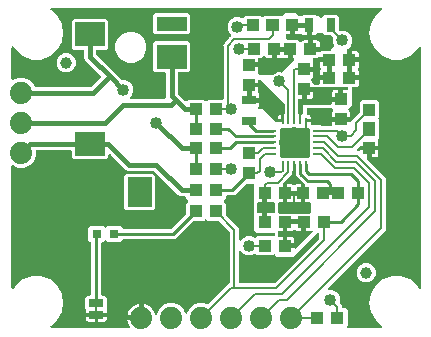
<source format=gbr>
G04 EAGLE Gerber RS-274X export*
G75*
%MOMM*%
%FSLAX34Y34*%
%LPD*%
%INTop Copper*%
%IPPOS*%
%AMOC8*
5,1,8,0,0,1.08239X$1,22.5*%
G01*
%ADD10R,0.500000X0.250000*%
%ADD11R,0.250000X0.500000*%
%ADD12C,0.250000*%
%ADD13R,1.100000X1.000000*%
%ADD14R,1.000000X1.100000*%
%ADD15R,0.800000X1.200000*%
%ADD16R,1.200000X0.800000*%
%ADD17R,2.500000X2.000000*%
%ADD18R,2.000000X2.500000*%
%ADD19R,2.500000X1.200000*%
%ADD20C,1.879600*%
%ADD21R,0.800000X0.800000*%
%ADD22C,0.203200*%
%ADD23R,1.270000X0.635000*%
%ADD24C,1.000000*%
%ADD25C,1.016000*%
%ADD26C,0.254000*%
%ADD27C,0.406400*%

G36*
X317437Y4329D02*
X317437Y4329D01*
X317511Y4329D01*
X317577Y4349D01*
X317646Y4359D01*
X317713Y4389D01*
X317784Y4409D01*
X317842Y4446D01*
X317905Y4475D01*
X317962Y4522D01*
X318024Y4562D01*
X318070Y4614D01*
X318122Y4658D01*
X318163Y4720D01*
X318212Y4775D01*
X318242Y4837D01*
X318280Y4895D01*
X318302Y4965D01*
X318334Y5032D01*
X318345Y5100D01*
X318366Y5166D01*
X318368Y5240D01*
X318380Y5312D01*
X318371Y5381D01*
X318373Y5450D01*
X318354Y5521D01*
X318346Y5595D01*
X318319Y5658D01*
X318301Y5725D01*
X318264Y5789D01*
X318235Y5856D01*
X318197Y5901D01*
X318156Y5970D01*
X318067Y6054D01*
X318017Y6112D01*
X312615Y10644D01*
X308629Y17549D01*
X307245Y25400D01*
X308629Y33251D01*
X312615Y40155D01*
X318722Y45280D01*
X326214Y48007D01*
X334186Y48007D01*
X341678Y45280D01*
X347785Y40156D01*
X349387Y37381D01*
X349399Y37365D01*
X349407Y37348D01*
X349486Y37254D01*
X349562Y37157D01*
X349578Y37146D01*
X349591Y37131D01*
X349693Y37062D01*
X349792Y36991D01*
X349811Y36984D01*
X349827Y36973D01*
X349945Y36936D01*
X350060Y36894D01*
X350080Y36893D01*
X350098Y36887D01*
X350221Y36884D01*
X350344Y36876D01*
X350363Y36880D01*
X350382Y36880D01*
X350501Y36911D01*
X350621Y36937D01*
X350639Y36947D01*
X350657Y36952D01*
X350763Y37014D01*
X350871Y37073D01*
X350885Y37087D01*
X350902Y37097D01*
X350986Y37187D01*
X351073Y37273D01*
X351083Y37290D01*
X351096Y37304D01*
X351152Y37414D01*
X351212Y37521D01*
X351217Y37540D01*
X351226Y37557D01*
X351238Y37630D01*
X351277Y37798D01*
X351275Y37849D01*
X351281Y37889D01*
X351281Y241511D01*
X351279Y241531D01*
X351281Y241550D01*
X351259Y241671D01*
X351241Y241793D01*
X351233Y241811D01*
X351230Y241830D01*
X351175Y241940D01*
X351125Y242052D01*
X351113Y242067D01*
X351104Y242085D01*
X351021Y242176D01*
X350942Y242269D01*
X350925Y242280D01*
X350912Y242295D01*
X350807Y242359D01*
X350705Y242427D01*
X350686Y242433D01*
X350670Y242443D01*
X350551Y242476D01*
X350434Y242513D01*
X350414Y242513D01*
X350395Y242518D01*
X350273Y242517D01*
X350150Y242520D01*
X350131Y242515D01*
X350111Y242515D01*
X349993Y242479D01*
X349875Y242448D01*
X349858Y242438D01*
X349839Y242433D01*
X349736Y242366D01*
X349630Y242303D01*
X349617Y242289D01*
X349600Y242278D01*
X349554Y242221D01*
X349436Y242096D01*
X349412Y242050D01*
X349387Y242019D01*
X347785Y239244D01*
X341678Y234120D01*
X334186Y231393D01*
X326214Y231393D01*
X318722Y234120D01*
X312615Y239244D01*
X308629Y246149D01*
X307245Y254000D01*
X308629Y261851D01*
X312615Y268755D01*
X318017Y273288D01*
X318066Y273343D01*
X318122Y273391D01*
X318161Y273448D01*
X318207Y273500D01*
X318239Y273566D01*
X318280Y273627D01*
X318301Y273693D01*
X318331Y273756D01*
X318344Y273828D01*
X318366Y273898D01*
X318368Y273967D01*
X318379Y274036D01*
X318371Y274109D01*
X318373Y274182D01*
X318356Y274249D01*
X318348Y274318D01*
X318320Y274386D01*
X318301Y274457D01*
X318266Y274517D01*
X318239Y274581D01*
X318194Y274639D01*
X318156Y274702D01*
X318105Y274749D01*
X318062Y274803D01*
X318002Y274846D01*
X317949Y274896D01*
X317887Y274928D01*
X317831Y274968D01*
X317761Y274992D01*
X317696Y275026D01*
X317637Y275036D01*
X317562Y275062D01*
X317440Y275069D01*
X317365Y275081D01*
X38236Y275081D01*
X38163Y275071D01*
X38089Y275071D01*
X38023Y275051D01*
X37954Y275041D01*
X37887Y275011D01*
X37816Y274991D01*
X37758Y274954D01*
X37695Y274925D01*
X37638Y274878D01*
X37576Y274838D01*
X37530Y274786D01*
X37478Y274742D01*
X37437Y274680D01*
X37388Y274625D01*
X37358Y274563D01*
X37320Y274505D01*
X37298Y274435D01*
X37266Y274368D01*
X37255Y274300D01*
X37234Y274234D01*
X37232Y274160D01*
X37220Y274088D01*
X37229Y274019D01*
X37227Y273950D01*
X37246Y273879D01*
X37254Y273805D01*
X37281Y273742D01*
X37299Y273675D01*
X37336Y273611D01*
X37365Y273544D01*
X37403Y273499D01*
X37444Y273430D01*
X37533Y273346D01*
X37583Y273288D01*
X42985Y268756D01*
X46971Y261851D01*
X48355Y254000D01*
X46971Y246149D01*
X42985Y239245D01*
X36878Y234120D01*
X29386Y231393D01*
X21414Y231393D01*
X13922Y234120D01*
X7815Y239244D01*
X6213Y242019D01*
X6201Y242035D01*
X6193Y242052D01*
X6114Y242146D01*
X6038Y242243D01*
X6022Y242254D01*
X6009Y242269D01*
X5907Y242338D01*
X5808Y242409D01*
X5789Y242416D01*
X5773Y242427D01*
X5655Y242464D01*
X5540Y242506D01*
X5520Y242507D01*
X5502Y242513D01*
X5379Y242516D01*
X5256Y242524D01*
X5237Y242520D01*
X5218Y242520D01*
X5099Y242489D01*
X4979Y242463D01*
X4961Y242453D01*
X4943Y242448D01*
X4837Y242386D01*
X4729Y242327D01*
X4715Y242313D01*
X4698Y242303D01*
X4614Y242213D01*
X4527Y242127D01*
X4517Y242110D01*
X4504Y242096D01*
X4448Y241986D01*
X4388Y241879D01*
X4383Y241860D01*
X4374Y241843D01*
X4362Y241770D01*
X4323Y241602D01*
X4325Y241551D01*
X4319Y241511D01*
X4319Y214720D01*
X4335Y214606D01*
X4345Y214492D01*
X4355Y214466D01*
X4359Y214439D01*
X4406Y214334D01*
X4447Y214227D01*
X4463Y214204D01*
X4475Y214179D01*
X4549Y214092D01*
X4618Y214000D01*
X4641Y213983D01*
X4658Y213962D01*
X4754Y213898D01*
X4846Y213830D01*
X4872Y213820D01*
X4895Y213805D01*
X5005Y213770D01*
X5112Y213729D01*
X5140Y213727D01*
X5166Y213719D01*
X5281Y213716D01*
X5395Y213707D01*
X5420Y213712D01*
X5450Y213711D01*
X5707Y213779D01*
X5723Y213782D01*
X10224Y215647D01*
X15176Y215647D01*
X19751Y213752D01*
X23252Y210251D01*
X23808Y208907D01*
X23809Y208906D01*
X23809Y208905D01*
X23880Y208786D01*
X23953Y208663D01*
X23954Y208662D01*
X23955Y208660D01*
X24061Y208560D01*
X24159Y208467D01*
X24161Y208467D01*
X24162Y208466D01*
X24288Y208401D01*
X24412Y208337D01*
X24414Y208337D01*
X24415Y208336D01*
X24430Y208334D01*
X24691Y208282D01*
X24721Y208285D01*
X24746Y208281D01*
X71135Y208281D01*
X71222Y208293D01*
X71309Y208296D01*
X71362Y208313D01*
X71416Y208321D01*
X71496Y208356D01*
X71579Y208383D01*
X71619Y208411D01*
X71676Y208437D01*
X71789Y208533D01*
X71853Y208578D01*
X79727Y216452D01*
X79762Y216499D01*
X79804Y216539D01*
X79847Y216612D01*
X79898Y216679D01*
X79919Y216734D01*
X79948Y216784D01*
X79969Y216866D01*
X79999Y216945D01*
X80004Y217003D01*
X80018Y217060D01*
X80016Y217144D01*
X80023Y217228D01*
X80011Y217286D01*
X80009Y217344D01*
X79983Y217424D01*
X79967Y217507D01*
X79940Y217559D01*
X79922Y217615D01*
X79882Y217671D01*
X79836Y217759D01*
X79767Y217832D01*
X79727Y217888D01*
X68175Y229440D01*
X66603Y231012D01*
X65829Y232879D01*
X65829Y238796D01*
X65821Y238854D01*
X65823Y238912D01*
X65801Y238994D01*
X65789Y239078D01*
X65766Y239131D01*
X65751Y239187D01*
X65708Y239260D01*
X65673Y239337D01*
X65635Y239382D01*
X65606Y239432D01*
X65544Y239490D01*
X65490Y239554D01*
X65441Y239586D01*
X65398Y239626D01*
X65323Y239665D01*
X65253Y239712D01*
X65197Y239729D01*
X65145Y239756D01*
X65077Y239767D01*
X64982Y239797D01*
X64882Y239800D01*
X64814Y239811D01*
X57147Y239811D01*
X55361Y241597D01*
X55361Y264123D01*
X57147Y265909D01*
X84673Y265909D01*
X86459Y264123D01*
X86459Y241597D01*
X84673Y239811D01*
X77006Y239811D01*
X76948Y239803D01*
X76890Y239805D01*
X76808Y239783D01*
X76724Y239771D01*
X76671Y239748D01*
X76615Y239733D01*
X76542Y239690D01*
X76465Y239655D01*
X76420Y239617D01*
X76370Y239588D01*
X76312Y239526D01*
X76248Y239472D01*
X76216Y239423D01*
X76176Y239380D01*
X76137Y239305D01*
X76090Y239235D01*
X76073Y239179D01*
X76046Y239127D01*
X76035Y239059D01*
X76005Y238964D01*
X76002Y238864D01*
X75991Y238796D01*
X75991Y236415D01*
X76003Y236328D01*
X76006Y236241D01*
X76023Y236188D01*
X76031Y236134D01*
X76066Y236054D01*
X76093Y235971D01*
X76121Y235931D01*
X76147Y235874D01*
X76243Y235761D01*
X76288Y235697D01*
X97819Y214166D01*
X97889Y214114D01*
X97953Y214054D01*
X98002Y214028D01*
X98046Y213995D01*
X98128Y213964D01*
X98206Y213924D01*
X98254Y213916D01*
X98312Y213894D01*
X98460Y213882D01*
X98537Y213869D01*
X100677Y213869D01*
X103665Y212631D01*
X105951Y210345D01*
X107189Y207357D01*
X107189Y204123D01*
X105951Y201135D01*
X104670Y199854D01*
X104652Y199830D01*
X104630Y199811D01*
X104567Y199717D01*
X104499Y199627D01*
X104488Y199599D01*
X104472Y199575D01*
X104438Y199467D01*
X104398Y199361D01*
X104395Y199332D01*
X104386Y199304D01*
X104383Y199190D01*
X104374Y199078D01*
X104380Y199049D01*
X104379Y199020D01*
X104408Y198910D01*
X104430Y198799D01*
X104443Y198773D01*
X104451Y198745D01*
X104508Y198647D01*
X104561Y198547D01*
X104581Y198525D01*
X104596Y198500D01*
X104678Y198423D01*
X104757Y198341D01*
X104782Y198326D01*
X104803Y198306D01*
X104904Y198254D01*
X105002Y198197D01*
X105030Y198190D01*
X105056Y198176D01*
X105134Y198163D01*
X105277Y198127D01*
X105340Y198129D01*
X105388Y198121D01*
X133856Y198121D01*
X133970Y198137D01*
X134084Y198147D01*
X134110Y198157D01*
X134138Y198161D01*
X134242Y198207D01*
X134350Y198249D01*
X134372Y198266D01*
X134397Y198277D01*
X134485Y198351D01*
X134576Y198420D01*
X134593Y198443D01*
X134614Y198460D01*
X134678Y198556D01*
X134746Y198648D01*
X134756Y198674D01*
X134772Y198697D01*
X134806Y198807D01*
X134847Y198914D01*
X134849Y198942D01*
X134857Y198968D01*
X134860Y199083D01*
X134869Y199198D01*
X134864Y199222D01*
X134865Y199252D01*
X134829Y199388D01*
X134829Y219796D01*
X134821Y219854D01*
X134823Y219912D01*
X134801Y219994D01*
X134789Y220078D01*
X134766Y220131D01*
X134751Y220187D01*
X134708Y220260D01*
X134673Y220337D01*
X134635Y220382D01*
X134606Y220432D01*
X134544Y220490D01*
X134490Y220554D01*
X134441Y220586D01*
X134398Y220626D01*
X134323Y220665D01*
X134253Y220712D01*
X134197Y220729D01*
X134145Y220756D01*
X134077Y220767D01*
X133982Y220797D01*
X133882Y220800D01*
X133814Y220811D01*
X126147Y220811D01*
X124361Y222597D01*
X124361Y245123D01*
X126147Y246909D01*
X153673Y246909D01*
X155459Y245123D01*
X155459Y222597D01*
X153673Y220811D01*
X146006Y220811D01*
X145948Y220803D01*
X145890Y220805D01*
X145808Y220783D01*
X145724Y220771D01*
X145671Y220748D01*
X145615Y220733D01*
X145542Y220690D01*
X145465Y220655D01*
X145420Y220617D01*
X145370Y220588D01*
X145312Y220526D01*
X145248Y220472D01*
X145216Y220423D01*
X145176Y220380D01*
X145137Y220305D01*
X145090Y220235D01*
X145073Y220179D01*
X145046Y220127D01*
X145035Y220059D01*
X145005Y219964D01*
X145002Y219864D01*
X144991Y219796D01*
X144991Y202975D01*
X145003Y202888D01*
X145006Y202801D01*
X145023Y202748D01*
X145031Y202694D01*
X145066Y202614D01*
X145093Y202531D01*
X145121Y202491D01*
X145147Y202434D01*
X145243Y202321D01*
X145288Y202257D01*
X147960Y199585D01*
X151239Y196306D01*
X151286Y196271D01*
X151326Y196229D01*
X151399Y196186D01*
X151466Y196135D01*
X151521Y196115D01*
X151571Y196085D01*
X151653Y196064D01*
X151732Y196034D01*
X151790Y196029D01*
X151847Y196015D01*
X151931Y196018D01*
X152015Y196011D01*
X152072Y196022D01*
X152131Y196024D01*
X152211Y196050D01*
X152294Y196066D01*
X152346Y196093D01*
X152401Y196111D01*
X152458Y196152D01*
X152546Y196197D01*
X152619Y196266D01*
X152675Y196306D01*
X153647Y197279D01*
X167173Y197279D01*
X168192Y196259D01*
X168239Y196224D01*
X168279Y196182D01*
X168352Y196139D01*
X168419Y196089D01*
X168474Y196068D01*
X168524Y196038D01*
X168606Y196017D01*
X168685Y195987D01*
X168743Y195982D01*
X168800Y195968D01*
X168884Y195971D01*
X168968Y195964D01*
X169026Y195975D01*
X169084Y195977D01*
X169164Y196003D01*
X169247Y196020D01*
X169299Y196047D01*
X169355Y196065D01*
X169411Y196105D01*
X169499Y196151D01*
X169572Y196219D01*
X169628Y196259D01*
X170647Y197279D01*
X182880Y197279D01*
X182938Y197287D01*
X182996Y197285D01*
X183078Y197307D01*
X183162Y197319D01*
X183215Y197342D01*
X183271Y197357D01*
X183344Y197400D01*
X183421Y197435D01*
X183466Y197473D01*
X183516Y197502D01*
X183574Y197564D01*
X183638Y197618D01*
X183670Y197667D01*
X183710Y197710D01*
X183749Y197785D01*
X183796Y197855D01*
X183813Y197911D01*
X183840Y197963D01*
X183851Y198031D01*
X183881Y198126D01*
X183884Y198226D01*
X183895Y198294D01*
X183895Y242289D01*
X183886Y242352D01*
X183889Y242401D01*
X183732Y243811D01*
X183761Y243867D01*
X183818Y243962D01*
X183825Y243993D01*
X183840Y244021D01*
X183853Y244098D01*
X183889Y244238D01*
X183889Y244247D01*
X184887Y245245D01*
X184900Y245262D01*
X184912Y245273D01*
X184931Y245302D01*
X184962Y245329D01*
X188753Y250068D01*
X188769Y250095D01*
X188790Y250118D01*
X188841Y250217D01*
X188898Y250312D01*
X188905Y250343D01*
X188920Y250371D01*
X188933Y250448D01*
X188969Y250588D01*
X188969Y250597D01*
X189967Y251595D01*
X190005Y251646D01*
X190042Y251679D01*
X190116Y251771D01*
X190117Y251773D01*
X190118Y251775D01*
X190189Y251896D01*
X190260Y252016D01*
X190261Y252018D01*
X190262Y252020D01*
X190296Y252155D01*
X190332Y252291D01*
X190332Y252293D01*
X190332Y252295D01*
X190328Y252432D01*
X190324Y252575D01*
X190323Y252577D01*
X190323Y252580D01*
X190281Y252711D01*
X190237Y252846D01*
X190236Y252848D01*
X190236Y252850D01*
X190225Y252866D01*
X190079Y253083D01*
X190056Y253103D01*
X190041Y253123D01*
X188689Y254475D01*
X187451Y257463D01*
X187451Y260697D01*
X188689Y263685D01*
X190975Y265971D01*
X193963Y267209D01*
X197197Y267209D01*
X199059Y266437D01*
X199061Y266437D01*
X199062Y266436D01*
X199195Y266402D01*
X199335Y266366D01*
X199336Y266366D01*
X199338Y266366D01*
X199479Y266370D01*
X199619Y266374D01*
X199620Y266375D01*
X199622Y266375D01*
X199756Y266418D01*
X199890Y266461D01*
X199891Y266462D01*
X199892Y266462D01*
X199905Y266471D01*
X200126Y266619D01*
X200145Y266643D01*
X200166Y266657D01*
X201907Y268399D01*
X215433Y268399D01*
X216207Y267624D01*
X216254Y267589D01*
X216294Y267547D01*
X216367Y267504D01*
X216434Y267454D01*
X216489Y267433D01*
X216539Y267403D01*
X216621Y267382D01*
X216700Y267352D01*
X216758Y267347D01*
X216815Y267333D01*
X216899Y267336D01*
X216983Y267329D01*
X217041Y267340D01*
X217099Y267342D01*
X217179Y267368D01*
X217262Y267385D01*
X217314Y267412D01*
X217370Y267430D01*
X217426Y267470D01*
X217514Y267516D01*
X217587Y267584D01*
X217643Y267624D01*
X218417Y268399D01*
X232539Y268399D01*
X232551Y268392D01*
X232633Y268371D01*
X232711Y268341D01*
X232770Y268336D01*
X232826Y268321D01*
X232911Y268324D01*
X232995Y268317D01*
X233052Y268329D01*
X233111Y268331D01*
X233191Y268356D01*
X233273Y268373D01*
X233325Y268400D01*
X233381Y268418D01*
X233437Y268458D01*
X233526Y268504D01*
X233598Y268573D01*
X233654Y268613D01*
X235806Y270765D01*
X245524Y270765D01*
X247592Y268696D01*
X247662Y268644D01*
X247726Y268584D01*
X247775Y268558D01*
X247820Y268525D01*
X247901Y268494D01*
X247979Y268454D01*
X248027Y268446D01*
X248085Y268424D01*
X248233Y268412D01*
X248310Y268399D01*
X248974Y268399D01*
X249002Y268384D01*
X249047Y268351D01*
X249128Y268320D01*
X249206Y268280D01*
X249254Y268272D01*
X249312Y268250D01*
X249423Y268241D01*
X249463Y268231D01*
X249495Y268232D01*
X249537Y268225D01*
X249573Y268225D01*
X249588Y268227D01*
X249596Y268226D01*
X249622Y268232D01*
X249659Y268237D01*
X249747Y268240D01*
X249799Y268257D01*
X249854Y268265D01*
X249934Y268300D01*
X250017Y268327D01*
X250056Y268355D01*
X250114Y268381D01*
X250227Y268477D01*
X250291Y268522D01*
X251167Y269399D01*
X261693Y269399D01*
X262569Y268522D01*
X262639Y268470D01*
X262703Y268410D01*
X262753Y268384D01*
X262797Y268351D01*
X262878Y268320D01*
X262956Y268280D01*
X263004Y268272D01*
X263062Y268250D01*
X263210Y268238D01*
X263287Y268225D01*
X264574Y268225D01*
X265648Y267150D01*
X265672Y267133D01*
X265691Y267110D01*
X265785Y267047D01*
X265875Y266979D01*
X265903Y266969D01*
X265927Y266953D01*
X266035Y266918D01*
X266141Y266878D01*
X266170Y266876D01*
X266198Y266867D01*
X266312Y266864D01*
X266424Y266855D01*
X266453Y266860D01*
X266482Y266860D01*
X266592Y266888D01*
X266703Y266910D01*
X266729Y266924D01*
X266757Y266931D01*
X266855Y266989D01*
X266955Y267041D01*
X266977Y267062D01*
X267002Y267077D01*
X267079Y267159D01*
X267161Y267237D01*
X267176Y267263D01*
X267196Y267284D01*
X267248Y267385D01*
X267305Y267483D01*
X267312Y267511D01*
X267326Y267537D01*
X267330Y267561D01*
X269167Y269399D01*
X279693Y269399D01*
X281479Y267613D01*
X281479Y256820D01*
X281491Y256734D01*
X281494Y256646D01*
X281511Y256593D01*
X281519Y256539D01*
X281554Y256459D01*
X281581Y256376D01*
X281609Y256336D01*
X281635Y256279D01*
X281731Y256166D01*
X281776Y256102D01*
X281844Y256035D01*
X281845Y256034D01*
X281846Y256032D01*
X281963Y255945D01*
X282071Y255864D01*
X282072Y255863D01*
X282074Y255862D01*
X282205Y255813D01*
X282336Y255763D01*
X282338Y255763D01*
X282340Y255762D01*
X282482Y255751D01*
X282620Y255739D01*
X282621Y255739D01*
X282623Y255739D01*
X282639Y255743D01*
X282817Y255779D01*
X286097Y255779D01*
X289085Y254541D01*
X291371Y252255D01*
X292609Y249267D01*
X292609Y246033D01*
X291371Y243045D01*
X289085Y240759D01*
X288783Y240634D01*
X288709Y240590D01*
X288631Y240555D01*
X288587Y240518D01*
X288538Y240490D01*
X288479Y240427D01*
X288414Y240371D01*
X288382Y240324D01*
X288343Y240283D01*
X288304Y240207D01*
X288256Y240135D01*
X288239Y240081D01*
X288213Y240030D01*
X288196Y239946D01*
X288170Y239864D01*
X288169Y239807D01*
X288158Y239751D01*
X288165Y239666D01*
X288163Y239580D01*
X288177Y239525D01*
X288182Y239468D01*
X288213Y239388D01*
X288235Y239305D01*
X288264Y239256D01*
X288284Y239203D01*
X288336Y239134D01*
X288380Y239060D01*
X288409Y239033D01*
X288409Y232156D01*
X288417Y232098D01*
X288415Y232040D01*
X288437Y231958D01*
X288449Y231875D01*
X288473Y231821D01*
X288487Y231765D01*
X288530Y231692D01*
X288565Y231615D01*
X288603Y231571D01*
X288633Y231520D01*
X288694Y231463D01*
X288749Y231398D01*
X288797Y231366D01*
X288840Y231326D01*
X288915Y231287D01*
X288985Y231241D01*
X289041Y231223D01*
X289093Y231196D01*
X289161Y231185D01*
X289256Y231155D01*
X289356Y231152D01*
X289424Y231141D01*
X290441Y231141D01*
X290441Y231139D01*
X289424Y231139D01*
X289366Y231131D01*
X289308Y231132D01*
X289226Y231111D01*
X289143Y231099D01*
X289089Y231075D01*
X289033Y231061D01*
X288960Y231018D01*
X288883Y230983D01*
X288838Y230945D01*
X288788Y230915D01*
X288730Y230854D01*
X288666Y230799D01*
X288634Y230751D01*
X288594Y230708D01*
X288555Y230633D01*
X288509Y230563D01*
X288491Y230507D01*
X288464Y230455D01*
X288453Y230387D01*
X288423Y230292D01*
X288420Y230192D01*
X288409Y230124D01*
X288409Y216916D01*
X288417Y216858D01*
X288415Y216800D01*
X288437Y216718D01*
X288449Y216635D01*
X288473Y216581D01*
X288487Y216525D01*
X288530Y216452D01*
X288565Y216375D01*
X288603Y216331D01*
X288633Y216280D01*
X288694Y216223D01*
X288749Y216158D01*
X288797Y216126D01*
X288840Y216086D01*
X288915Y216047D01*
X288985Y216001D01*
X289041Y215983D01*
X289093Y215956D01*
X289161Y215945D01*
X289256Y215915D01*
X289356Y215912D01*
X289424Y215901D01*
X290441Y215901D01*
X290441Y214884D01*
X290449Y214826D01*
X290448Y214768D01*
X290469Y214686D01*
X290481Y214603D01*
X290505Y214549D01*
X290519Y214493D01*
X290562Y214420D01*
X290597Y214343D01*
X290635Y214298D01*
X290665Y214248D01*
X290726Y214190D01*
X290781Y214126D01*
X290829Y214094D01*
X290872Y214054D01*
X290947Y214015D01*
X291017Y213969D01*
X291073Y213951D01*
X291125Y213924D01*
X291193Y213913D01*
X291288Y213883D01*
X291388Y213880D01*
X291456Y213869D01*
X298481Y213869D01*
X298481Y210566D01*
X298308Y209919D01*
X297973Y209340D01*
X297500Y208867D01*
X296921Y208532D01*
X296274Y208359D01*
X293370Y208359D01*
X293312Y208351D01*
X293254Y208353D01*
X293172Y208331D01*
X293088Y208319D01*
X293035Y208296D01*
X292979Y208281D01*
X292906Y208238D01*
X292829Y208203D01*
X292784Y208165D01*
X292734Y208136D01*
X292676Y208074D01*
X292612Y208020D01*
X292580Y207971D01*
X292540Y207928D01*
X292501Y207853D01*
X292454Y207783D01*
X292437Y207727D01*
X292410Y207675D01*
X292399Y207607D01*
X292369Y207512D01*
X292366Y207412D01*
X292355Y207344D01*
X292355Y192626D01*
X291556Y191828D01*
X291543Y191811D01*
X291531Y191800D01*
X291501Y191755D01*
X291444Y191694D01*
X291418Y191645D01*
X291385Y191600D01*
X291354Y191519D01*
X291314Y191441D01*
X291306Y191393D01*
X291284Y191335D01*
X291272Y191187D01*
X291259Y191110D01*
X291259Y190967D01*
X289880Y189589D01*
X289845Y189542D01*
X289803Y189502D01*
X289760Y189429D01*
X289709Y189362D01*
X289688Y189307D01*
X289659Y189256D01*
X289638Y189175D01*
X289608Y189096D01*
X289603Y189037D01*
X289589Y188981D01*
X289592Y188897D01*
X289585Y188813D01*
X289596Y188755D01*
X289598Y188697D01*
X289624Y188617D01*
X289640Y188534D01*
X289667Y188482D01*
X289685Y188426D01*
X289725Y188370D01*
X289771Y188281D01*
X289840Y188209D01*
X289880Y188153D01*
X290243Y187790D01*
X290578Y187211D01*
X290751Y186564D01*
X290751Y182761D01*
X284226Y182761D01*
X284168Y182753D01*
X284110Y182754D01*
X284028Y182733D01*
X283945Y182721D01*
X283891Y182697D01*
X283835Y182683D01*
X283762Y182640D01*
X283685Y182605D01*
X283641Y182567D01*
X283590Y182537D01*
X283533Y182476D01*
X283468Y182421D01*
X283436Y182373D01*
X283396Y182330D01*
X283357Y182255D01*
X283311Y182185D01*
X283293Y182129D01*
X283266Y182077D01*
X283255Y182009D01*
X283225Y181914D01*
X283222Y181814D01*
X283211Y181746D01*
X283211Y179714D01*
X283219Y179656D01*
X283218Y179598D01*
X283239Y179516D01*
X283251Y179433D01*
X283275Y179379D01*
X283289Y179323D01*
X283332Y179250D01*
X283367Y179173D01*
X283405Y179128D01*
X283435Y179078D01*
X283496Y179020D01*
X283551Y178956D01*
X283599Y178924D01*
X283642Y178884D01*
X283717Y178845D01*
X283787Y178799D01*
X283843Y178781D01*
X283895Y178754D01*
X283963Y178743D01*
X284058Y178713D01*
X284158Y178710D01*
X284226Y178699D01*
X291030Y178699D01*
X291116Y178711D01*
X291204Y178714D01*
X291257Y178731D01*
X291311Y178739D01*
X291391Y178774D01*
X291474Y178801D01*
X291514Y178829D01*
X291571Y178855D01*
X291684Y178951D01*
X291748Y178996D01*
X298994Y186242D01*
X299046Y186312D01*
X299106Y186376D01*
X299132Y186425D01*
X299165Y186470D01*
X299196Y186551D01*
X299236Y186629D01*
X299244Y186677D01*
X299266Y186735D01*
X299278Y186883D01*
X299291Y186960D01*
X299291Y195603D01*
X301077Y197389D01*
X313603Y197389D01*
X315389Y195603D01*
X315389Y182077D01*
X315249Y181938D01*
X315214Y181891D01*
X315172Y181851D01*
X315129Y181778D01*
X315079Y181711D01*
X315058Y181656D01*
X315028Y181606D01*
X315007Y181524D01*
X314977Y181445D01*
X314972Y181387D01*
X314958Y181330D01*
X314961Y181246D01*
X314954Y181162D01*
X314965Y181104D01*
X314967Y181046D01*
X314993Y180966D01*
X315010Y180883D01*
X315037Y180831D01*
X315055Y180775D01*
X315095Y180719D01*
X315141Y180631D01*
X315209Y180558D01*
X315249Y180502D01*
X315389Y180363D01*
X315389Y165077D01*
X314777Y164465D01*
X314736Y164411D01*
X314687Y164363D01*
X314651Y164298D01*
X314606Y164238D01*
X314582Y164175D01*
X314548Y164115D01*
X314531Y164042D01*
X314505Y163973D01*
X314499Y163905D01*
X314484Y163838D01*
X314487Y163764D01*
X314481Y163689D01*
X314495Y163622D01*
X314498Y163554D01*
X314520Y163496D01*
X314537Y163411D01*
X314573Y163342D01*
X314578Y163322D01*
X314597Y163290D01*
X314616Y163240D01*
X314708Y163081D01*
X314881Y162434D01*
X314881Y158631D01*
X308356Y158631D01*
X308298Y158623D01*
X308240Y158624D01*
X308158Y158603D01*
X308075Y158591D01*
X308021Y158567D01*
X307965Y158553D01*
X307892Y158510D01*
X307815Y158475D01*
X307771Y158437D01*
X307720Y158407D01*
X307663Y158346D01*
X307598Y158291D01*
X307566Y158243D01*
X307526Y158200D01*
X307487Y158125D01*
X307441Y158055D01*
X307423Y157999D01*
X307396Y157947D01*
X307385Y157879D01*
X307355Y157784D01*
X307352Y157684D01*
X307341Y157616D01*
X307341Y156599D01*
X307339Y156599D01*
X307339Y157616D01*
X307331Y157674D01*
X307332Y157732D01*
X307311Y157814D01*
X307299Y157897D01*
X307275Y157951D01*
X307261Y158007D01*
X307218Y158080D01*
X307183Y158157D01*
X307145Y158201D01*
X307115Y158252D01*
X307054Y158309D01*
X306999Y158374D01*
X306951Y158406D01*
X306908Y158446D01*
X306833Y158485D01*
X306763Y158531D01*
X306707Y158549D01*
X306655Y158576D01*
X306587Y158587D01*
X306492Y158617D01*
X306392Y158620D01*
X306324Y158631D01*
X300300Y158631D01*
X300213Y158619D01*
X300126Y158616D01*
X300073Y158599D01*
X300019Y158591D01*
X299939Y158556D01*
X299856Y158529D01*
X299816Y158501D01*
X299759Y158475D01*
X299646Y158379D01*
X299582Y158334D01*
X296906Y155658D01*
X296889Y155634D01*
X296866Y155615D01*
X296803Y155521D01*
X296735Y155431D01*
X296725Y155403D01*
X296709Y155379D01*
X296674Y155271D01*
X296634Y155165D01*
X296632Y155136D01*
X296623Y155108D01*
X296620Y154994D01*
X296611Y154882D01*
X296616Y154853D01*
X296616Y154824D01*
X296644Y154714D01*
X296666Y154603D01*
X296680Y154577D01*
X296687Y154549D01*
X296745Y154451D01*
X296797Y154351D01*
X296818Y154329D01*
X296833Y154304D01*
X296915Y154227D01*
X296993Y154145D01*
X297019Y154130D01*
X297040Y154110D01*
X297141Y154058D01*
X297239Y154001D01*
X297267Y153994D01*
X297293Y153980D01*
X297370Y153967D01*
X297514Y153931D01*
X297577Y153933D01*
X297624Y153925D01*
X298784Y153925D01*
X298842Y153933D01*
X298900Y153931D01*
X298982Y153953D01*
X299066Y153965D01*
X299119Y153988D01*
X299175Y154003D01*
X299248Y154046D01*
X299325Y154081D01*
X299370Y154119D01*
X299420Y154148D01*
X299478Y154210D01*
X299542Y154264D01*
X299574Y154313D01*
X299614Y154356D01*
X299653Y154431D01*
X299700Y154501D01*
X299717Y154557D01*
X299723Y154569D01*
X305309Y154569D01*
X305309Y147900D01*
X305321Y147813D01*
X305324Y147726D01*
X305341Y147673D01*
X305349Y147619D01*
X305384Y147539D01*
X305411Y147456D01*
X305439Y147416D01*
X305465Y147359D01*
X305561Y147246D01*
X305606Y147182D01*
X318886Y133902D01*
X321565Y131224D01*
X321565Y87216D01*
X272150Y37802D01*
X272133Y37778D01*
X272110Y37759D01*
X272047Y37665D01*
X271979Y37575D01*
X271969Y37547D01*
X271953Y37523D01*
X271918Y37415D01*
X271878Y37309D01*
X271876Y37280D01*
X271867Y37252D01*
X271864Y37138D01*
X271855Y37026D01*
X271860Y36997D01*
X271860Y36968D01*
X271888Y36858D01*
X271910Y36747D01*
X271924Y36721D01*
X271931Y36693D01*
X271989Y36595D01*
X272041Y36495D01*
X272062Y36473D01*
X272077Y36448D01*
X272159Y36371D01*
X272237Y36289D01*
X272263Y36274D01*
X272284Y36254D01*
X272385Y36202D01*
X272483Y36145D01*
X272511Y36138D01*
X272537Y36124D01*
X272614Y36111D01*
X272758Y36075D01*
X272821Y36077D01*
X272868Y36069D01*
X275937Y36069D01*
X278925Y34831D01*
X281211Y32545D01*
X282449Y29557D01*
X282449Y26270D01*
X282414Y26135D01*
X282414Y26133D01*
X282413Y26132D01*
X282418Y25991D01*
X282422Y25851D01*
X282422Y25849D01*
X282422Y25847D01*
X282466Y25713D01*
X282509Y25580D01*
X282509Y25578D01*
X282510Y25577D01*
X282519Y25565D01*
X282667Y25344D01*
X282690Y25324D01*
X282705Y25304D01*
X284345Y23664D01*
X284345Y21764D01*
X284353Y21706D01*
X284351Y21648D01*
X284373Y21566D01*
X284385Y21482D01*
X284408Y21429D01*
X284423Y21373D01*
X284466Y21300D01*
X284501Y21223D01*
X284539Y21178D01*
X284568Y21128D01*
X284630Y21070D01*
X284684Y21006D01*
X284733Y20974D01*
X284776Y20934D01*
X284851Y20895D01*
X284921Y20848D01*
X284977Y20831D01*
X285029Y20804D01*
X285097Y20793D01*
X285192Y20763D01*
X285292Y20760D01*
X285360Y20749D01*
X287043Y20749D01*
X288829Y18963D01*
X288829Y6437D01*
X288443Y6052D01*
X288426Y6028D01*
X288403Y6009D01*
X288341Y5915D01*
X288273Y5825D01*
X288262Y5797D01*
X288246Y5773D01*
X288212Y5665D01*
X288171Y5559D01*
X288169Y5530D01*
X288160Y5502D01*
X288157Y5388D01*
X288148Y5276D01*
X288153Y5247D01*
X288153Y5218D01*
X288181Y5108D01*
X288204Y4997D01*
X288217Y4971D01*
X288225Y4943D01*
X288282Y4845D01*
X288335Y4745D01*
X288355Y4723D01*
X288370Y4698D01*
X288452Y4621D01*
X288530Y4539D01*
X288556Y4524D01*
X288577Y4504D01*
X288678Y4452D01*
X288776Y4395D01*
X288804Y4388D01*
X288830Y4374D01*
X288908Y4361D01*
X289051Y4325D01*
X289114Y4327D01*
X289161Y4319D01*
X317364Y4319D01*
X317437Y4329D01*
G37*
G36*
X103731Y4332D02*
X103731Y4332D01*
X103823Y4335D01*
X103871Y4351D01*
X103921Y4359D01*
X104005Y4396D01*
X104093Y4425D01*
X104134Y4454D01*
X104181Y4475D01*
X104251Y4534D01*
X104327Y4586D01*
X104359Y4626D01*
X104398Y4658D01*
X104449Y4735D01*
X104507Y4806D01*
X104527Y4853D01*
X104555Y4895D01*
X104583Y4983D01*
X104619Y5067D01*
X104626Y5118D01*
X104641Y5166D01*
X104643Y5258D01*
X104655Y5349D01*
X104647Y5400D01*
X104648Y5450D01*
X104625Y5539D01*
X104611Y5630D01*
X104591Y5670D01*
X104576Y5725D01*
X104496Y5862D01*
X104461Y5931D01*
X104089Y6443D01*
X103236Y8117D01*
X102655Y9904D01*
X102534Y10669D01*
X113284Y10669D01*
X113342Y10677D01*
X113400Y10675D01*
X113482Y10697D01*
X113565Y10709D01*
X113619Y10733D01*
X113675Y10747D01*
X113748Y10790D01*
X113825Y10825D01*
X113869Y10863D01*
X113920Y10893D01*
X113977Y10954D01*
X114042Y11009D01*
X114074Y11057D01*
X114114Y11100D01*
X114153Y11175D01*
X114199Y11245D01*
X114217Y11301D01*
X114244Y11353D01*
X114255Y11421D01*
X114285Y11516D01*
X114288Y11616D01*
X114299Y11684D01*
X114299Y12701D01*
X115316Y12701D01*
X115374Y12709D01*
X115432Y12708D01*
X115514Y12729D01*
X115597Y12741D01*
X115651Y12765D01*
X115707Y12779D01*
X115780Y12822D01*
X115857Y12857D01*
X115902Y12895D01*
X115952Y12925D01*
X116010Y12986D01*
X116074Y13041D01*
X116106Y13089D01*
X116146Y13132D01*
X116185Y13207D01*
X116231Y13277D01*
X116249Y13333D01*
X116276Y13385D01*
X116287Y13453D01*
X116317Y13548D01*
X116320Y13648D01*
X116331Y13716D01*
X116331Y24466D01*
X117096Y24345D01*
X118883Y23764D01*
X120557Y22911D01*
X122078Y21806D01*
X123406Y20478D01*
X124511Y18957D01*
X125364Y17283D01*
X125728Y16163D01*
X125743Y16133D01*
X125749Y16110D01*
X125763Y16086D01*
X125779Y16035D01*
X125820Y15974D01*
X125853Y15908D01*
X125899Y15857D01*
X125938Y15799D01*
X125994Y15752D01*
X126043Y15697D01*
X126102Y15661D01*
X126155Y15616D01*
X126222Y15586D01*
X126285Y15547D01*
X126352Y15529D01*
X126415Y15501D01*
X126488Y15491D01*
X126559Y15471D01*
X126628Y15471D01*
X126697Y15462D01*
X126769Y15472D01*
X126843Y15473D01*
X126910Y15493D01*
X126978Y15502D01*
X127045Y15533D01*
X127116Y15554D01*
X127174Y15591D01*
X127237Y15620D01*
X127293Y15667D01*
X127355Y15707D01*
X127401Y15759D01*
X127453Y15804D01*
X127486Y15857D01*
X127543Y15921D01*
X127586Y16013D01*
X127619Y16063D01*
X127623Y16075D01*
X127631Y16089D01*
X129148Y19751D01*
X132649Y23252D01*
X137224Y25147D01*
X142176Y25147D01*
X146751Y23252D01*
X150252Y19751D01*
X151462Y16829D01*
X151477Y16804D01*
X151486Y16776D01*
X151549Y16681D01*
X151607Y16584D01*
X151628Y16564D01*
X151644Y16539D01*
X151731Y16467D01*
X151813Y16389D01*
X151839Y16375D01*
X151862Y16357D01*
X151965Y16311D01*
X152066Y16259D01*
X152095Y16253D01*
X152122Y16241D01*
X152234Y16225D01*
X152345Y16204D01*
X152374Y16206D01*
X152403Y16202D01*
X152515Y16218D01*
X152628Y16228D01*
X152655Y16239D01*
X152684Y16243D01*
X152788Y16289D01*
X152893Y16330D01*
X152917Y16348D01*
X152944Y16360D01*
X153030Y16433D01*
X153120Y16502D01*
X153138Y16525D01*
X153160Y16544D01*
X153202Y16611D01*
X153290Y16729D01*
X153312Y16788D01*
X153338Y16829D01*
X154548Y19751D01*
X158049Y23252D01*
X162624Y25147D01*
X167576Y25147D01*
X169935Y24170D01*
X169936Y24169D01*
X169938Y24168D01*
X170072Y24134D01*
X170210Y24099D01*
X170212Y24099D01*
X170213Y24098D01*
X170354Y24103D01*
X170494Y24107D01*
X170496Y24107D01*
X170497Y24107D01*
X170630Y24150D01*
X170765Y24193D01*
X170766Y24194D01*
X170768Y24195D01*
X170780Y24203D01*
X171001Y24352D01*
X171021Y24375D01*
X171041Y24390D01*
X188678Y42026D01*
X188730Y42096D01*
X188790Y42160D01*
X188816Y42209D01*
X188849Y42254D01*
X188880Y42335D01*
X188920Y42413D01*
X188928Y42461D01*
X188950Y42519D01*
X188962Y42667D01*
X188975Y42744D01*
X188975Y85136D01*
X188963Y85222D01*
X188960Y85310D01*
X188943Y85362D01*
X188935Y85417D01*
X188900Y85497D01*
X188873Y85580D01*
X188845Y85620D01*
X188819Y85677D01*
X188723Y85790D01*
X188678Y85854D01*
X180008Y94524D01*
X179938Y94576D01*
X179874Y94636D01*
X179825Y94662D01*
X179780Y94695D01*
X179699Y94726D01*
X179621Y94766D01*
X179573Y94774D01*
X179515Y94796D01*
X179367Y94808D01*
X179290Y94821D01*
X170647Y94821D01*
X169628Y95841D01*
X169581Y95876D01*
X169541Y95918D01*
X169468Y95961D01*
X169401Y96011D01*
X169346Y96032D01*
X169296Y96062D01*
X169214Y96083D01*
X169135Y96113D01*
X169077Y96118D01*
X169020Y96132D01*
X168936Y96129D01*
X168852Y96136D01*
X168794Y96125D01*
X168736Y96123D01*
X168656Y96097D01*
X168573Y96080D01*
X168521Y96053D01*
X168465Y96035D01*
X168409Y95995D01*
X168321Y95949D01*
X168248Y95881D01*
X168192Y95841D01*
X167173Y94821D01*
X158889Y94821D01*
X158803Y94809D01*
X158715Y94806D01*
X158663Y94789D01*
X158608Y94781D01*
X158528Y94746D01*
X158445Y94719D01*
X158406Y94691D01*
X158348Y94665D01*
X158235Y94569D01*
X158171Y94524D01*
X143149Y79501D01*
X99384Y79501D01*
X99326Y79493D01*
X99268Y79495D01*
X99186Y79473D01*
X99102Y79461D01*
X99049Y79438D01*
X98993Y79423D01*
X98920Y79380D01*
X98843Y79345D01*
X98798Y79307D01*
X98748Y79278D01*
X98690Y79216D01*
X98626Y79162D01*
X98594Y79113D01*
X98554Y79070D01*
X98515Y78995D01*
X98468Y78925D01*
X98451Y78869D01*
X98424Y78817D01*
X98413Y78749D01*
X98383Y78654D01*
X98381Y78569D01*
X96583Y76771D01*
X86057Y76771D01*
X84538Y78291D01*
X84491Y78326D01*
X84451Y78368D01*
X84378Y78411D01*
X84311Y78461D01*
X84256Y78482D01*
X84206Y78512D01*
X84124Y78533D01*
X84045Y78563D01*
X83987Y78568D01*
X83930Y78582D01*
X83846Y78579D01*
X83762Y78586D01*
X83704Y78575D01*
X83646Y78573D01*
X83566Y78547D01*
X83483Y78530D01*
X83431Y78503D01*
X83375Y78485D01*
X83319Y78445D01*
X83231Y78399D01*
X83158Y78331D01*
X83102Y78291D01*
X81583Y76771D01*
X81534Y76771D01*
X81476Y76763D01*
X81418Y76765D01*
X81336Y76743D01*
X81252Y76731D01*
X81199Y76708D01*
X81143Y76693D01*
X81070Y76650D01*
X80993Y76615D01*
X80948Y76577D01*
X80898Y76548D01*
X80840Y76486D01*
X80776Y76432D01*
X80744Y76383D01*
X80704Y76340D01*
X80665Y76265D01*
X80618Y76195D01*
X80601Y76139D01*
X80574Y76087D01*
X80563Y76019D01*
X80533Y75924D01*
X80530Y75824D01*
X80519Y75756D01*
X80519Y32639D01*
X80527Y32581D01*
X80525Y32523D01*
X80547Y32441D01*
X80559Y32357D01*
X80582Y32304D01*
X80597Y32248D01*
X80640Y32175D01*
X80675Y32098D01*
X80713Y32053D01*
X80742Y32003D01*
X80804Y31945D01*
X80858Y31881D01*
X80907Y31849D01*
X80950Y31809D01*
X81025Y31770D01*
X81095Y31723D01*
X81151Y31706D01*
X81203Y31679D01*
X81271Y31668D01*
X81366Y31638D01*
X81466Y31635D01*
X81534Y31624D01*
X83813Y31624D01*
X85599Y29838D01*
X85599Y20962D01*
X85144Y20508D01*
X85103Y20453D01*
X85054Y20405D01*
X85045Y20388D01*
X85044Y20386D01*
X85018Y20340D01*
X84973Y20281D01*
X84949Y20216D01*
X84915Y20156D01*
X84911Y20139D01*
X84910Y20137D01*
X84904Y20108D01*
X84899Y20084D01*
X84872Y20015D01*
X84867Y19946D01*
X84851Y19880D01*
X84852Y19863D01*
X84851Y19859D01*
X84853Y19832D01*
X84855Y19806D01*
X84849Y19732D01*
X84862Y19664D01*
X84866Y19596D01*
X84880Y19558D01*
X84883Y19525D01*
X85091Y18749D01*
X85091Y16827D01*
X81280Y16827D01*
X81222Y16819D01*
X81164Y16820D01*
X81082Y16799D01*
X80998Y16787D01*
X80945Y16763D01*
X80889Y16748D01*
X80816Y16705D01*
X80739Y16671D01*
X80694Y16633D01*
X80644Y16603D01*
X80586Y16541D01*
X80522Y16487D01*
X80490Y16438D01*
X80450Y16396D01*
X80411Y16321D01*
X80364Y16250D01*
X80347Y16195D01*
X80320Y16143D01*
X80309Y16075D01*
X80279Y15979D01*
X80276Y15880D01*
X80265Y15812D01*
X80265Y14668D01*
X80273Y14611D01*
X80271Y14552D01*
X80293Y14470D01*
X80305Y14387D01*
X80328Y14334D01*
X80343Y14277D01*
X80386Y14205D01*
X80421Y14128D01*
X80459Y14083D01*
X80488Y14033D01*
X80550Y13975D01*
X80604Y13911D01*
X80653Y13878D01*
X80696Y13838D01*
X80771Y13800D01*
X80841Y13753D01*
X80897Y13735D01*
X80949Y13709D01*
X81017Y13697D01*
X81112Y13667D01*
X81212Y13665D01*
X81280Y13653D01*
X85091Y13653D01*
X85091Y11731D01*
X84918Y11084D01*
X84583Y10505D01*
X84110Y10032D01*
X83531Y9697D01*
X82884Y9524D01*
X77787Y9524D01*
X77787Y11430D01*
X77779Y11487D01*
X77780Y11542D01*
X77780Y11546D01*
X77759Y11628D01*
X77747Y11712D01*
X77723Y11765D01*
X77708Y11821D01*
X77665Y11894D01*
X77631Y11971D01*
X77593Y12016D01*
X77563Y12066D01*
X77501Y12124D01*
X77447Y12188D01*
X77398Y12220D01*
X77356Y12260D01*
X77281Y12299D01*
X77210Y12346D01*
X77155Y12363D01*
X77103Y12390D01*
X77035Y12401D01*
X76939Y12431D01*
X76840Y12434D01*
X76772Y12445D01*
X75628Y12445D01*
X75571Y12437D01*
X75512Y12439D01*
X75430Y12417D01*
X75347Y12405D01*
X75294Y12382D01*
X75237Y12367D01*
X75165Y12324D01*
X75088Y12289D01*
X75043Y12251D01*
X74993Y12222D01*
X74935Y12160D01*
X74871Y12106D01*
X74838Y12057D01*
X74798Y12014D01*
X74760Y11939D01*
X74713Y11869D01*
X74695Y11813D01*
X74669Y11761D01*
X74657Y11693D01*
X74627Y11598D01*
X74625Y11498D01*
X74613Y11430D01*
X74613Y9524D01*
X69516Y9524D01*
X68869Y9697D01*
X68290Y10032D01*
X67817Y10505D01*
X67482Y11084D01*
X67309Y11731D01*
X67309Y13653D01*
X71120Y13653D01*
X71178Y13661D01*
X71236Y13660D01*
X71318Y13681D01*
X71402Y13693D01*
X71455Y13717D01*
X71511Y13732D01*
X71584Y13775D01*
X71661Y13809D01*
X71706Y13847D01*
X71756Y13877D01*
X71814Y13938D01*
X71878Y13993D01*
X71910Y14042D01*
X71950Y14084D01*
X71989Y14159D01*
X72036Y14230D01*
X72053Y14285D01*
X72080Y14337D01*
X72091Y14405D01*
X72121Y14501D01*
X72124Y14600D01*
X72135Y14668D01*
X72135Y15812D01*
X72127Y15869D01*
X72129Y15928D01*
X72107Y16009D01*
X72095Y16093D01*
X72072Y16146D01*
X72057Y16203D01*
X72014Y16275D01*
X71979Y16352D01*
X71941Y16397D01*
X71912Y16447D01*
X71850Y16505D01*
X71796Y16569D01*
X71747Y16602D01*
X71704Y16642D01*
X71629Y16680D01*
X71559Y16727D01*
X71503Y16745D01*
X71451Y16771D01*
X71383Y16783D01*
X71288Y16813D01*
X71188Y16815D01*
X71120Y16827D01*
X67309Y16827D01*
X67309Y18749D01*
X67517Y19525D01*
X67518Y19532D01*
X67523Y19545D01*
X67530Y19613D01*
X67547Y19680D01*
X67545Y19752D01*
X67551Y19807D01*
X67551Y19812D01*
X67552Y19828D01*
X67540Y19895D01*
X67538Y19964D01*
X67515Y20034D01*
X67512Y20055D01*
X67506Y20088D01*
X67505Y20090D01*
X67502Y20107D01*
X67472Y20169D01*
X67450Y20235D01*
X67414Y20285D01*
X67388Y20338D01*
X67385Y20345D01*
X67376Y20362D01*
X67299Y20447D01*
X67256Y20508D01*
X66801Y20962D01*
X66801Y29838D01*
X68587Y31624D01*
X70866Y31624D01*
X70924Y31632D01*
X70982Y31630D01*
X71064Y31652D01*
X71148Y31664D01*
X71201Y31687D01*
X71257Y31702D01*
X71330Y31745D01*
X71407Y31780D01*
X71452Y31818D01*
X71502Y31847D01*
X71560Y31909D01*
X71624Y31963D01*
X71656Y32012D01*
X71696Y32055D01*
X71735Y32130D01*
X71782Y32200D01*
X71799Y32256D01*
X71826Y32308D01*
X71837Y32376D01*
X71867Y32471D01*
X71870Y32571D01*
X71881Y32639D01*
X71881Y75756D01*
X71873Y75814D01*
X71875Y75872D01*
X71853Y75954D01*
X71841Y76038D01*
X71818Y76091D01*
X71803Y76147D01*
X71760Y76220D01*
X71725Y76297D01*
X71687Y76342D01*
X71658Y76392D01*
X71596Y76450D01*
X71542Y76514D01*
X71493Y76546D01*
X71450Y76586D01*
X71375Y76625D01*
X71305Y76672D01*
X71249Y76689D01*
X71197Y76716D01*
X71129Y76727D01*
X71088Y76740D01*
X69271Y78557D01*
X69271Y89083D01*
X71057Y90869D01*
X81583Y90869D01*
X83102Y89349D01*
X83149Y89314D01*
X83189Y89272D01*
X83262Y89229D01*
X83329Y89179D01*
X83384Y89158D01*
X83434Y89128D01*
X83516Y89107D01*
X83595Y89077D01*
X83653Y89072D01*
X83710Y89058D01*
X83794Y89061D01*
X83878Y89054D01*
X83936Y89065D01*
X83994Y89067D01*
X84074Y89093D01*
X84157Y89110D01*
X84209Y89137D01*
X84265Y89155D01*
X84321Y89195D01*
X84409Y89241D01*
X84482Y89309D01*
X84538Y89349D01*
X86057Y90869D01*
X96583Y90869D01*
X98376Y89075D01*
X98375Y89038D01*
X98397Y88956D01*
X98409Y88872D01*
X98432Y88819D01*
X98447Y88763D01*
X98490Y88690D01*
X98525Y88613D01*
X98563Y88568D01*
X98592Y88518D01*
X98654Y88460D01*
X98708Y88396D01*
X98757Y88364D01*
X98800Y88324D01*
X98875Y88285D01*
X98945Y88238D01*
X99001Y88221D01*
X99053Y88194D01*
X99121Y88183D01*
X99216Y88153D01*
X99316Y88150D01*
X99384Y88139D01*
X139151Y88139D01*
X139237Y88151D01*
X139325Y88154D01*
X139377Y88171D01*
X139432Y88179D01*
X139512Y88214D01*
X139595Y88241D01*
X139634Y88269D01*
X139691Y88295D01*
X139805Y88391D01*
X139868Y88436D01*
X151564Y100131D01*
X151616Y100201D01*
X151676Y100265D01*
X151702Y100314D01*
X151735Y100359D01*
X151766Y100440D01*
X151806Y100518D01*
X151814Y100566D01*
X151836Y100624D01*
X151848Y100772D01*
X151861Y100849D01*
X151861Y109133D01*
X153771Y111042D01*
X153806Y111089D01*
X153848Y111129D01*
X153891Y111202D01*
X153941Y111269D01*
X153962Y111324D01*
X153992Y111374D01*
X154013Y111456D01*
X154043Y111535D01*
X154048Y111593D01*
X154062Y111650D01*
X154059Y111734D01*
X154066Y111818D01*
X154055Y111876D01*
X154053Y111934D01*
X154027Y112014D01*
X154010Y112097D01*
X153983Y112149D01*
X153965Y112205D01*
X153925Y112261D01*
X153879Y112349D01*
X153811Y112422D01*
X153771Y112478D01*
X151861Y114387D01*
X151861Y114554D01*
X151853Y114612D01*
X151855Y114670D01*
X151833Y114752D01*
X151821Y114836D01*
X151798Y114889D01*
X151783Y114945D01*
X151740Y115018D01*
X151705Y115095D01*
X151667Y115140D01*
X151638Y115190D01*
X151576Y115248D01*
X151522Y115312D01*
X151473Y115344D01*
X151430Y115384D01*
X151355Y115423D01*
X151285Y115470D01*
X151229Y115487D01*
X151177Y115514D01*
X151109Y115525D01*
X151014Y115555D01*
X150914Y115558D01*
X150846Y115569D01*
X147579Y115569D01*
X145712Y116343D01*
X125193Y136862D01*
X125123Y136914D01*
X125059Y136974D01*
X125010Y137000D01*
X124966Y137033D01*
X124884Y137064D01*
X124806Y137104D01*
X124758Y137112D01*
X124700Y137134D01*
X124552Y137146D01*
X124475Y137159D01*
X103129Y137159D01*
X101262Y137933D01*
X88192Y151003D01*
X88168Y151021D01*
X88149Y151043D01*
X88055Y151106D01*
X87965Y151174D01*
X87937Y151184D01*
X87913Y151201D01*
X87805Y151235D01*
X87699Y151275D01*
X87670Y151277D01*
X87642Y151286D01*
X87528Y151289D01*
X87416Y151299D01*
X87387Y151293D01*
X87358Y151294D01*
X87248Y151265D01*
X87137Y151243D01*
X87111Y151229D01*
X87083Y151222D01*
X86985Y151164D01*
X86885Y151112D01*
X86863Y151092D01*
X86838Y151077D01*
X86761Y150994D01*
X86679Y150916D01*
X86664Y150891D01*
X86644Y150869D01*
X86592Y150768D01*
X86535Y150671D01*
X86528Y150642D01*
X86514Y150616D01*
X86501Y150539D01*
X86465Y150395D01*
X86467Y150333D01*
X86459Y150285D01*
X86459Y148597D01*
X84673Y146811D01*
X57147Y146811D01*
X55361Y148597D01*
X55361Y153764D01*
X55353Y153822D01*
X55355Y153880D01*
X55333Y153962D01*
X55321Y154046D01*
X55298Y154099D01*
X55283Y154155D01*
X55240Y154228D01*
X55205Y154305D01*
X55167Y154350D01*
X55138Y154400D01*
X55076Y154458D01*
X55022Y154522D01*
X54973Y154554D01*
X54930Y154594D01*
X54855Y154633D01*
X54785Y154680D01*
X54729Y154697D01*
X54677Y154724D01*
X54609Y154735D01*
X54514Y154765D01*
X54414Y154768D01*
X54346Y154779D01*
X26162Y154779D01*
X26104Y154771D01*
X26046Y154773D01*
X25964Y154751D01*
X25880Y154739D01*
X25827Y154716D01*
X25771Y154701D01*
X25698Y154658D01*
X25621Y154623D01*
X25576Y154585D01*
X25526Y154556D01*
X25468Y154494D01*
X25404Y154440D01*
X25372Y154391D01*
X25332Y154348D01*
X25293Y154273D01*
X25246Y154203D01*
X25229Y154147D01*
X25202Y154095D01*
X25191Y154027D01*
X25161Y153932D01*
X25158Y153832D01*
X25147Y153764D01*
X25147Y149924D01*
X23252Y145349D01*
X19751Y141848D01*
X15176Y139953D01*
X10224Y139953D01*
X5723Y141818D01*
X5611Y141847D01*
X5502Y141881D01*
X5474Y141882D01*
X5447Y141889D01*
X5333Y141886D01*
X5218Y141889D01*
X5191Y141882D01*
X5163Y141881D01*
X5054Y141846D01*
X4943Y141817D01*
X4919Y141803D01*
X4892Y141794D01*
X4797Y141730D01*
X4698Y141671D01*
X4679Y141651D01*
X4656Y141636D01*
X4582Y141548D01*
X4504Y141464D01*
X4491Y141439D01*
X4473Y141418D01*
X4427Y141313D01*
X4374Y141211D01*
X4370Y141186D01*
X4358Y141158D01*
X4321Y140895D01*
X4319Y140880D01*
X4319Y37889D01*
X4321Y37869D01*
X4319Y37850D01*
X4341Y37729D01*
X4359Y37607D01*
X4367Y37589D01*
X4370Y37570D01*
X4425Y37460D01*
X4475Y37348D01*
X4487Y37333D01*
X4496Y37315D01*
X4579Y37224D01*
X4658Y37131D01*
X4675Y37120D01*
X4688Y37105D01*
X4793Y37041D01*
X4895Y36973D01*
X4914Y36967D01*
X4930Y36957D01*
X5049Y36924D01*
X5166Y36887D01*
X5186Y36887D01*
X5205Y36882D01*
X5327Y36883D01*
X5450Y36880D01*
X5469Y36885D01*
X5489Y36885D01*
X5607Y36921D01*
X5725Y36952D01*
X5742Y36962D01*
X5761Y36967D01*
X5864Y37034D01*
X5970Y37097D01*
X5983Y37111D01*
X6000Y37122D01*
X6046Y37179D01*
X6164Y37304D01*
X6188Y37350D01*
X6213Y37381D01*
X7815Y40156D01*
X13922Y45280D01*
X21414Y48007D01*
X29386Y48007D01*
X36878Y45280D01*
X42985Y40156D01*
X46971Y33251D01*
X48355Y25400D01*
X46971Y17549D01*
X42985Y10645D01*
X37583Y6112D01*
X37534Y6057D01*
X37478Y6009D01*
X37439Y5952D01*
X37393Y5900D01*
X37361Y5834D01*
X37320Y5773D01*
X37299Y5707D01*
X37269Y5644D01*
X37256Y5572D01*
X37234Y5502D01*
X37232Y5433D01*
X37221Y5364D01*
X37229Y5291D01*
X37227Y5218D01*
X37244Y5151D01*
X37252Y5082D01*
X37280Y5014D01*
X37299Y4943D01*
X37334Y4883D01*
X37361Y4819D01*
X37406Y4761D01*
X37444Y4698D01*
X37495Y4651D01*
X37538Y4597D01*
X37598Y4554D01*
X37651Y4504D01*
X37713Y4472D01*
X37770Y4432D01*
X37839Y4408D01*
X37904Y4374D01*
X37963Y4364D01*
X38038Y4338D01*
X38160Y4331D01*
X38236Y4319D01*
X103640Y4319D01*
X103731Y4332D01*
G37*
G36*
X226582Y42177D02*
X226582Y42177D01*
X226670Y42180D01*
X226722Y42197D01*
X226777Y42205D01*
X226857Y42240D01*
X226940Y42267D01*
X226980Y42295D01*
X227037Y42321D01*
X227150Y42417D01*
X227214Y42462D01*
X264488Y79736D01*
X264523Y79783D01*
X264528Y79787D01*
X264541Y79807D01*
X264600Y79870D01*
X264626Y79919D01*
X264659Y79964D01*
X264677Y80010D01*
X264686Y80024D01*
X264696Y80058D01*
X264730Y80123D01*
X264738Y80171D01*
X264760Y80229D01*
X264763Y80270D01*
X264771Y80295D01*
X264774Y80385D01*
X264785Y80454D01*
X264785Y83866D01*
X264781Y83895D01*
X264784Y83924D01*
X264761Y84035D01*
X264745Y84147D01*
X264733Y84174D01*
X264728Y84203D01*
X264676Y84303D01*
X264629Y84407D01*
X264610Y84429D01*
X264597Y84455D01*
X264519Y84537D01*
X264446Y84624D01*
X264421Y84640D01*
X264401Y84661D01*
X264303Y84719D01*
X264209Y84781D01*
X264181Y84790D01*
X264156Y84805D01*
X264046Y84833D01*
X263938Y84867D01*
X263908Y84868D01*
X263880Y84875D01*
X263767Y84872D01*
X263654Y84874D01*
X263625Y84867D01*
X263596Y84866D01*
X263488Y84831D01*
X263379Y84803D01*
X263353Y84788D01*
X263325Y84779D01*
X263262Y84733D01*
X263134Y84657D01*
X263091Y84612D01*
X263052Y84584D01*
X245662Y67194D01*
X242984Y64515D01*
X229456Y64515D01*
X227694Y66277D01*
X227648Y66312D01*
X227607Y66355D01*
X227535Y66397D01*
X227467Y66448D01*
X227413Y66469D01*
X227362Y66498D01*
X227280Y66519D01*
X227202Y66549D01*
X227143Y66554D01*
X227087Y66569D01*
X227002Y66566D01*
X226918Y66573D01*
X226861Y66561D01*
X226803Y66559D01*
X226722Y66534D01*
X226640Y66517D01*
X226588Y66490D01*
X226532Y66472D01*
X226476Y66432D01*
X226387Y66386D01*
X226315Y66317D01*
X226259Y66277D01*
X225593Y65611D01*
X212067Y65611D01*
X211224Y66455D01*
X211223Y66456D01*
X211222Y66457D01*
X211106Y66543D01*
X210997Y66626D01*
X210995Y66626D01*
X210994Y66627D01*
X210860Y66677D01*
X210731Y66727D01*
X210729Y66727D01*
X210728Y66727D01*
X210583Y66739D01*
X210448Y66750D01*
X210446Y66750D01*
X210445Y66750D01*
X210429Y66747D01*
X210169Y66694D01*
X210142Y66680D01*
X210117Y66675D01*
X207357Y65531D01*
X204123Y65531D01*
X201135Y66769D01*
X198838Y69066D01*
X198814Y69084D01*
X198795Y69106D01*
X198701Y69169D01*
X198611Y69237D01*
X198583Y69248D01*
X198559Y69264D01*
X198451Y69298D01*
X198345Y69338D01*
X198316Y69341D01*
X198288Y69350D01*
X198174Y69353D01*
X198062Y69362D01*
X198033Y69356D01*
X198004Y69357D01*
X197894Y69328D01*
X197783Y69306D01*
X197757Y69293D01*
X197729Y69285D01*
X197631Y69227D01*
X197531Y69175D01*
X197509Y69155D01*
X197484Y69140D01*
X197407Y69057D01*
X197325Y68979D01*
X197310Y68954D01*
X197290Y68933D01*
X197238Y68832D01*
X197181Y68734D01*
X197174Y68706D01*
X197160Y68680D01*
X197147Y68602D01*
X197111Y68459D01*
X197113Y68396D01*
X197105Y68348D01*
X197105Y43180D01*
X197113Y43122D01*
X197111Y43064D01*
X197133Y42982D01*
X197145Y42898D01*
X197168Y42845D01*
X197183Y42789D01*
X197226Y42716D01*
X197261Y42639D01*
X197299Y42594D01*
X197328Y42544D01*
X197390Y42486D01*
X197444Y42422D01*
X197493Y42390D01*
X197536Y42350D01*
X197611Y42311D01*
X197681Y42264D01*
X197737Y42247D01*
X197789Y42220D01*
X197857Y42209D01*
X197952Y42179D01*
X198052Y42176D01*
X198120Y42165D01*
X226496Y42165D01*
X226582Y42177D01*
G37*
G36*
X198123Y77966D02*
X198123Y77966D01*
X198236Y77963D01*
X198265Y77970D01*
X198294Y77971D01*
X198402Y78006D01*
X198511Y78035D01*
X198537Y78050D01*
X198565Y78059D01*
X198628Y78104D01*
X198756Y78180D01*
X198799Y78226D01*
X198838Y78254D01*
X201135Y80551D01*
X204123Y81789D01*
X207357Y81789D01*
X210117Y80645D01*
X210119Y80645D01*
X210120Y80644D01*
X210255Y80610D01*
X210393Y80574D01*
X210394Y80574D01*
X210396Y80574D01*
X210536Y80578D01*
X210677Y80583D01*
X210678Y80583D01*
X210680Y80583D01*
X210813Y80626D01*
X210948Y80669D01*
X210949Y80670D01*
X210950Y80671D01*
X210962Y80679D01*
X211184Y80827D01*
X211204Y80851D01*
X211224Y80865D01*
X212067Y81709D01*
X225779Y81709D01*
X225835Y81687D01*
X225864Y81685D01*
X225892Y81676D01*
X226005Y81673D01*
X226118Y81664D01*
X226147Y81669D01*
X226176Y81669D01*
X226286Y81697D01*
X226397Y81720D01*
X226423Y81733D01*
X226451Y81741D01*
X226548Y81798D01*
X226649Y81850D01*
X226671Y81871D01*
X226696Y81886D01*
X226773Y81968D01*
X226855Y82046D01*
X226870Y82072D01*
X226890Y82093D01*
X226942Y82194D01*
X226999Y82291D01*
X227006Y82320D01*
X227020Y82346D01*
X227033Y82424D01*
X227069Y82567D01*
X227067Y82630D01*
X227075Y82677D01*
X227075Y83820D01*
X227067Y83878D01*
X227069Y83936D01*
X227047Y84018D01*
X227035Y84102D01*
X227012Y84155D01*
X226997Y84211D01*
X226954Y84284D01*
X226919Y84361D01*
X226881Y84406D01*
X226852Y84456D01*
X226790Y84514D01*
X226736Y84578D01*
X226687Y84610D01*
X226644Y84650D01*
X226569Y84689D01*
X226499Y84736D01*
X226443Y84753D01*
X226391Y84780D01*
X226323Y84791D01*
X226228Y84821D01*
X226128Y84824D01*
X226060Y84835D01*
X211676Y84835D01*
X209295Y87216D01*
X209295Y124922D01*
X209321Y124955D01*
X209331Y124983D01*
X209347Y125007D01*
X209382Y125115D01*
X209422Y125221D01*
X209424Y125250D01*
X209433Y125278D01*
X209436Y125391D01*
X209445Y125504D01*
X209440Y125533D01*
X209440Y125562D01*
X209412Y125672D01*
X209390Y125783D01*
X209376Y125809D01*
X209369Y125837D01*
X209311Y125935D01*
X209259Y126035D01*
X209238Y126057D01*
X209223Y126082D01*
X209141Y126159D01*
X209063Y126241D01*
X209037Y126256D01*
X209016Y126276D01*
X208915Y126328D01*
X208818Y126385D01*
X208789Y126392D01*
X208763Y126406D01*
X208686Y126419D01*
X208542Y126455D01*
X208479Y126453D01*
X208432Y126461D01*
X203719Y126461D01*
X203633Y126449D01*
X203545Y126446D01*
X203493Y126429D01*
X203438Y126421D01*
X203358Y126386D01*
X203275Y126359D01*
X203236Y126331D01*
X203178Y126305D01*
X203065Y126209D01*
X203001Y126164D01*
X195996Y119158D01*
X193169Y116331D01*
X186974Y116331D01*
X186916Y116323D01*
X186858Y116325D01*
X186776Y116303D01*
X186692Y116291D01*
X186639Y116268D01*
X186583Y116253D01*
X186510Y116210D01*
X186433Y116175D01*
X186388Y116137D01*
X186338Y116108D01*
X186280Y116046D01*
X186216Y115992D01*
X186184Y115943D01*
X186144Y115900D01*
X186105Y115825D01*
X186058Y115755D01*
X186041Y115699D01*
X186014Y115647D01*
X186003Y115579D01*
X185973Y115484D01*
X185970Y115384D01*
X185959Y115316D01*
X185959Y114387D01*
X184049Y112478D01*
X184014Y112431D01*
X183972Y112391D01*
X183929Y112318D01*
X183879Y112251D01*
X183858Y112196D01*
X183828Y112146D01*
X183807Y112064D01*
X183777Y111985D01*
X183772Y111927D01*
X183758Y111870D01*
X183761Y111786D01*
X183754Y111702D01*
X183765Y111644D01*
X183767Y111586D01*
X183793Y111506D01*
X183810Y111423D01*
X183837Y111371D01*
X183855Y111315D01*
X183895Y111259D01*
X183941Y111171D01*
X184009Y111098D01*
X184049Y111042D01*
X185959Y109133D01*
X185959Y100490D01*
X185971Y100404D01*
X185974Y100316D01*
X185991Y100264D01*
X185999Y100209D01*
X186034Y100129D01*
X186061Y100046D01*
X186089Y100006D01*
X186115Y99949D01*
X186211Y99836D01*
X186256Y99772D01*
X197105Y88924D01*
X197105Y78972D01*
X197109Y78942D01*
X197106Y78913D01*
X197129Y78802D01*
X197145Y78690D01*
X197157Y78663D01*
X197162Y78635D01*
X197215Y78534D01*
X197261Y78431D01*
X197280Y78408D01*
X197293Y78382D01*
X197371Y78300D01*
X197444Y78214D01*
X197469Y78197D01*
X197489Y78176D01*
X197587Y78119D01*
X197681Y78056D01*
X197709Y78047D01*
X197734Y78032D01*
X197844Y78004D01*
X197952Y77970D01*
X197982Y77969D01*
X198010Y77962D01*
X198123Y77966D01*
G37*
%LPC*%
G36*
X101647Y103811D02*
X101647Y103811D01*
X99861Y105597D01*
X99861Y133123D01*
X101647Y134909D01*
X124173Y134909D01*
X125959Y133123D01*
X125959Y105597D01*
X124173Y103811D01*
X101647Y103811D01*
G37*
%LPD*%
G36*
X245000Y100851D02*
X245000Y100851D01*
X245088Y100854D01*
X245140Y100871D01*
X245195Y100879D01*
X245275Y100914D01*
X245358Y100941D01*
X245397Y100969D01*
X245454Y100995D01*
X245476Y101013D01*
X256540Y101013D01*
X256598Y101021D01*
X256656Y101019D01*
X256738Y101041D01*
X256822Y101053D01*
X256875Y101076D01*
X256931Y101091D01*
X257004Y101134D01*
X257081Y101169D01*
X257126Y101207D01*
X257176Y101236D01*
X257234Y101298D01*
X257298Y101352D01*
X257330Y101401D01*
X257370Y101444D01*
X257409Y101519D01*
X257456Y101589D01*
X257473Y101645D01*
X257500Y101697D01*
X257511Y101765D01*
X257541Y101860D01*
X257544Y101960D01*
X257555Y102028D01*
X257555Y109554D01*
X257547Y109612D01*
X257549Y109670D01*
X257527Y109752D01*
X257515Y109836D01*
X257492Y109889D01*
X257477Y109945D01*
X257434Y110018D01*
X257399Y110095D01*
X257361Y110140D01*
X257332Y110190D01*
X257270Y110248D01*
X257216Y110312D01*
X257167Y110344D01*
X257124Y110384D01*
X257049Y110423D01*
X256979Y110470D01*
X256923Y110487D01*
X256871Y110514D01*
X256803Y110525D01*
X256708Y110555D01*
X256608Y110558D01*
X256540Y110569D01*
X253246Y110569D01*
X253246Y117094D01*
X253238Y117150D01*
X253239Y117199D01*
X253239Y117200D01*
X253239Y117210D01*
X253218Y117292D01*
X253206Y117375D01*
X253182Y117429D01*
X253168Y117485D01*
X253125Y117558D01*
X253090Y117635D01*
X253052Y117679D01*
X253022Y117730D01*
X252961Y117787D01*
X252906Y117852D01*
X252858Y117884D01*
X252815Y117924D01*
X252740Y117963D01*
X252670Y118009D01*
X252614Y118027D01*
X252562Y118054D01*
X252494Y118065D01*
X252399Y118095D01*
X252299Y118098D01*
X252231Y118109D01*
X251214Y118109D01*
X251214Y118111D01*
X252231Y118111D01*
X252289Y118119D01*
X252347Y118118D01*
X252429Y118139D01*
X252512Y118151D01*
X252566Y118175D01*
X252622Y118189D01*
X252695Y118232D01*
X252772Y118267D01*
X252816Y118305D01*
X252867Y118335D01*
X252924Y118396D01*
X252989Y118451D01*
X253021Y118499D01*
X253061Y118542D01*
X253100Y118617D01*
X253146Y118687D01*
X253164Y118743D01*
X253191Y118795D01*
X253202Y118863D01*
X253232Y118958D01*
X253235Y119058D01*
X253246Y119126D01*
X253246Y125203D01*
X253236Y125274D01*
X253237Y125321D01*
X253232Y125340D01*
X253231Y125377D01*
X253214Y125429D01*
X253206Y125484D01*
X253179Y125546D01*
X253165Y125596D01*
X253154Y125616D01*
X253144Y125647D01*
X253116Y125686D01*
X253090Y125743D01*
X253049Y125792D01*
X253020Y125841D01*
X252977Y125882D01*
X252949Y125920D01*
X252421Y126448D01*
X252351Y126500D01*
X252288Y126560D01*
X252238Y126586D01*
X252194Y126619D01*
X252112Y126650D01*
X252035Y126690D01*
X251987Y126698D01*
X251929Y126720D01*
X251904Y126722D01*
X247372Y131254D01*
X247363Y131280D01*
X247355Y131335D01*
X247320Y131415D01*
X247293Y131498D01*
X247265Y131537D01*
X247239Y131594D01*
X247143Y131708D01*
X247098Y131771D01*
X245537Y133332D01*
X245537Y136734D01*
X245529Y136792D01*
X245531Y136850D01*
X245509Y136932D01*
X245497Y137016D01*
X245474Y137069D01*
X245459Y137125D01*
X245416Y137198D01*
X245381Y137275D01*
X245343Y137320D01*
X245314Y137370D01*
X245252Y137428D01*
X245198Y137492D01*
X245149Y137524D01*
X245106Y137564D01*
X245031Y137603D01*
X244961Y137650D01*
X244905Y137667D01*
X244855Y137693D01*
X244855Y142790D01*
X244847Y142848D01*
X244849Y142906D01*
X244827Y142988D01*
X244816Y143071D01*
X244792Y143125D01*
X244777Y143181D01*
X244734Y143254D01*
X244699Y143331D01*
X244662Y143375D01*
X244632Y143425D01*
X244570Y143483D01*
X244516Y143548D01*
X244467Y143580D01*
X244424Y143620D01*
X244349Y143658D01*
X244279Y143705D01*
X244223Y143723D01*
X244171Y143749D01*
X244103Y143761D01*
X244008Y143791D01*
X243908Y143794D01*
X243840Y143805D01*
X243782Y143797D01*
X243724Y143798D01*
X243723Y143798D01*
X243642Y143777D01*
X243558Y143765D01*
X243505Y143741D01*
X243448Y143726D01*
X243376Y143683D01*
X243299Y143649D01*
X243254Y143611D01*
X243204Y143581D01*
X243146Y143520D01*
X243082Y143465D01*
X243050Y143417D01*
X243009Y143374D01*
X242971Y143299D01*
X242924Y143229D01*
X242907Y143173D01*
X242880Y143121D01*
X242869Y143053D01*
X242839Y142958D01*
X242836Y142858D01*
X242825Y142790D01*
X242825Y137742D01*
X242788Y137743D01*
X242706Y137721D01*
X242622Y137709D01*
X242569Y137686D01*
X242513Y137671D01*
X242440Y137628D01*
X242363Y137593D01*
X242318Y137555D01*
X242268Y137526D01*
X242210Y137464D01*
X242146Y137410D01*
X242114Y137361D01*
X242074Y137318D01*
X242035Y137243D01*
X241988Y137173D01*
X241971Y137117D01*
X241944Y137065D01*
X241933Y136997D01*
X241903Y136902D01*
X241900Y136802D01*
X241889Y136734D01*
X241889Y134707D01*
X234096Y126915D01*
X234086Y126901D01*
X234079Y126895D01*
X234061Y126868D01*
X234044Y126845D01*
X233984Y126781D01*
X233958Y126732D01*
X233925Y126687D01*
X233894Y126606D01*
X233854Y126528D01*
X233846Y126480D01*
X233824Y126422D01*
X233812Y126274D01*
X233799Y126197D01*
X233799Y119126D01*
X233807Y119068D01*
X233805Y119010D01*
X233827Y118928D01*
X233839Y118845D01*
X233863Y118791D01*
X233877Y118735D01*
X233920Y118662D01*
X233955Y118585D01*
X233993Y118541D01*
X234023Y118490D01*
X234084Y118433D01*
X234139Y118368D01*
X234187Y118336D01*
X234230Y118296D01*
X234305Y118257D01*
X234375Y118211D01*
X234431Y118193D01*
X234483Y118166D01*
X234551Y118155D01*
X234646Y118125D01*
X234746Y118122D01*
X234814Y118111D01*
X235831Y118111D01*
X235831Y118109D01*
X234814Y118109D01*
X234756Y118101D01*
X234698Y118102D01*
X234616Y118081D01*
X234533Y118069D01*
X234479Y118045D01*
X234423Y118031D01*
X234350Y117988D01*
X234273Y117953D01*
X234228Y117915D01*
X234178Y117885D01*
X234120Y117824D01*
X234056Y117769D01*
X234024Y117721D01*
X233984Y117678D01*
X233945Y117603D01*
X233899Y117533D01*
X233881Y117477D01*
X233854Y117425D01*
X233843Y117357D01*
X233813Y117262D01*
X233810Y117162D01*
X233799Y117094D01*
X233799Y110569D01*
X231140Y110569D01*
X231082Y110561D01*
X231024Y110563D01*
X230942Y110541D01*
X230859Y110529D01*
X230805Y110506D01*
X230749Y110491D01*
X230676Y110448D01*
X230599Y110413D01*
X230554Y110375D01*
X230504Y110346D01*
X230446Y110284D01*
X230382Y110230D01*
X230350Y110181D01*
X230310Y110138D01*
X230271Y110063D01*
X230225Y109993D01*
X230207Y109937D01*
X230180Y109885D01*
X230169Y109817D01*
X230139Y109722D01*
X230136Y109622D01*
X230125Y109554D01*
X230125Y102028D01*
X230133Y101970D01*
X230131Y101912D01*
X230153Y101830D01*
X230165Y101746D01*
X230189Y101693D01*
X230203Y101637D01*
X230246Y101564D01*
X230281Y101487D01*
X230319Y101442D01*
X230349Y101392D01*
X230410Y101334D01*
X230465Y101270D01*
X230513Y101238D01*
X230556Y101198D01*
X230631Y101159D01*
X230701Y101112D01*
X230757Y101095D01*
X230809Y101068D01*
X230877Y101057D01*
X230972Y101027D01*
X231072Y101024D01*
X231140Y101013D01*
X242204Y101013D01*
X242232Y100998D01*
X242276Y100965D01*
X242358Y100934D01*
X242435Y100894D01*
X242483Y100886D01*
X242541Y100864D01*
X242689Y100852D01*
X242767Y100839D01*
X244913Y100839D01*
X245000Y100851D01*
G37*
G36*
X229143Y178616D02*
X229143Y178616D01*
X229150Y178616D01*
X229280Y178650D01*
X229412Y178682D01*
X229419Y178686D01*
X229425Y178688D01*
X229541Y178756D01*
X229572Y178775D01*
X233840Y178775D01*
X233898Y178783D01*
X233956Y178781D01*
X234038Y178803D01*
X234121Y178814D01*
X234175Y178838D01*
X234231Y178853D01*
X234304Y178896D01*
X234381Y178931D01*
X234425Y178968D01*
X234475Y178998D01*
X234533Y179060D01*
X234598Y179114D01*
X234598Y179115D01*
X234630Y179163D01*
X234670Y179206D01*
X234709Y179281D01*
X234756Y179351D01*
X234773Y179407D01*
X234800Y179459D01*
X234811Y179527D01*
X234841Y179622D01*
X234844Y179722D01*
X234855Y179790D01*
X234855Y184838D01*
X234892Y184837D01*
X234974Y184859D01*
X235058Y184871D01*
X235111Y184894D01*
X235167Y184909D01*
X235240Y184952D01*
X235317Y184987D01*
X235362Y185025D01*
X235412Y185054D01*
X235470Y185116D01*
X235534Y185170D01*
X235566Y185219D01*
X235606Y185262D01*
X235645Y185337D01*
X235692Y185407D01*
X235709Y185463D01*
X235736Y185515D01*
X235747Y185583D01*
X235777Y185678D01*
X235780Y185778D01*
X235791Y185846D01*
X235791Y193214D01*
X235779Y193301D01*
X235776Y193388D01*
X235759Y193441D01*
X235751Y193495D01*
X235716Y193575D01*
X235689Y193659D01*
X235661Y193698D01*
X235635Y193755D01*
X235539Y193868D01*
X235494Y193932D01*
X215348Y214078D01*
X215278Y214130D01*
X215214Y214190D01*
X215165Y214216D01*
X215121Y214249D01*
X215039Y214280D01*
X214961Y214320D01*
X214914Y214328D01*
X214855Y214350D01*
X214707Y214362D01*
X214630Y214375D01*
X214296Y214375D01*
X214238Y214367D01*
X214180Y214369D01*
X214098Y214347D01*
X214014Y214335D01*
X213961Y214312D01*
X213905Y214297D01*
X213832Y214254D01*
X213755Y214219D01*
X213710Y214181D01*
X213660Y214152D01*
X213602Y214090D01*
X213538Y214036D01*
X213506Y213987D01*
X213466Y213944D01*
X213427Y213869D01*
X213380Y213799D01*
X213363Y213743D01*
X213336Y213691D01*
X213325Y213623D01*
X213295Y213528D01*
X213292Y213428D01*
X213281Y213360D01*
X213281Y211971D01*
X206756Y211971D01*
X206698Y211963D01*
X206640Y211964D01*
X206558Y211943D01*
X206475Y211931D01*
X206421Y211907D01*
X206365Y211893D01*
X206292Y211850D01*
X206215Y211815D01*
X206171Y211777D01*
X206120Y211747D01*
X206063Y211686D01*
X205998Y211631D01*
X205966Y211583D01*
X205926Y211540D01*
X205887Y211465D01*
X205841Y211395D01*
X205823Y211339D01*
X205796Y211287D01*
X205785Y211219D01*
X205755Y211124D01*
X205752Y211024D01*
X205741Y210956D01*
X205741Y209939D01*
X204724Y209939D01*
X204666Y209931D01*
X204608Y209932D01*
X204526Y209911D01*
X204443Y209899D01*
X204389Y209875D01*
X204333Y209861D01*
X204260Y209818D01*
X204183Y209783D01*
X204138Y209745D01*
X204088Y209715D01*
X204030Y209654D01*
X203966Y209599D01*
X203934Y209551D01*
X203894Y209508D01*
X203855Y209433D01*
X203809Y209363D01*
X203791Y209307D01*
X203764Y209255D01*
X203753Y209187D01*
X203723Y209092D01*
X203720Y208992D01*
X203709Y208924D01*
X203709Y204516D01*
X203717Y204458D01*
X203715Y204400D01*
X203737Y204318D01*
X203741Y204290D01*
X203741Y197944D01*
X203749Y197886D01*
X203747Y197828D01*
X203769Y197746D01*
X203781Y197663D01*
X203804Y197609D01*
X203819Y197553D01*
X203862Y197480D01*
X203897Y197403D01*
X203935Y197359D01*
X203964Y197308D01*
X204026Y197251D01*
X204080Y197186D01*
X204129Y197154D01*
X204172Y197114D01*
X204247Y197075D01*
X204317Y197029D01*
X204373Y197011D01*
X204425Y196984D01*
X204493Y196973D01*
X204588Y196943D01*
X204688Y196940D01*
X204756Y196929D01*
X205709Y196929D01*
X205709Y195976D01*
X205717Y195918D01*
X205716Y195860D01*
X205737Y195778D01*
X205749Y195694D01*
X205773Y195641D01*
X205787Y195585D01*
X205831Y195512D01*
X205865Y195435D01*
X205903Y195390D01*
X205933Y195340D01*
X205994Y195282D01*
X206049Y195218D01*
X206097Y195186D01*
X206140Y195146D01*
X206215Y195107D01*
X206285Y195060D01*
X206341Y195043D01*
X206393Y195016D01*
X206461Y195005D01*
X206556Y194975D01*
X206656Y194972D01*
X206724Y194961D01*
X214281Y194961D01*
X214281Y192626D01*
X214108Y191979D01*
X213773Y191400D01*
X213591Y191218D01*
X213573Y191194D01*
X213551Y191176D01*
X213488Y191081D01*
X213420Y190991D01*
X213410Y190963D01*
X213393Y190939D01*
X213359Y190831D01*
X213319Y190725D01*
X213316Y190696D01*
X213308Y190668D01*
X213305Y190555D01*
X213295Y190442D01*
X213301Y190413D01*
X213300Y190384D01*
X213329Y190274D01*
X213351Y190163D01*
X213365Y190137D01*
X213372Y190109D01*
X213430Y190011D01*
X213482Y189911D01*
X213502Y189889D01*
X213517Y189864D01*
X213600Y189787D01*
X213678Y189705D01*
X213703Y189690D01*
X213725Y189670D01*
X213825Y189618D01*
X213923Y189561D01*
X213952Y189554D01*
X213978Y189540D01*
X214055Y189527D01*
X214199Y189491D01*
X214261Y189493D01*
X214309Y189485D01*
X216775Y189485D01*
X228348Y178876D01*
X228354Y178872D01*
X228359Y178867D01*
X228471Y178792D01*
X228582Y178715D01*
X228589Y178713D01*
X228595Y178709D01*
X228725Y178668D01*
X228852Y178626D01*
X228859Y178626D01*
X228866Y178623D01*
X229001Y178620D01*
X229136Y178615D01*
X229143Y178616D01*
G37*
G36*
X265872Y238011D02*
X265872Y238011D01*
X265959Y238014D01*
X266012Y238031D01*
X266067Y238039D01*
X266146Y238074D01*
X266230Y238101D01*
X266269Y238129D01*
X266326Y238155D01*
X266439Y238251D01*
X266503Y238296D01*
X266888Y238681D01*
X274374Y238681D01*
X274442Y238690D01*
X274512Y238690D01*
X274582Y238710D01*
X274655Y238721D01*
X274718Y238749D01*
X274785Y238768D01*
X274847Y238807D01*
X274914Y238837D01*
X274967Y238882D01*
X275026Y238918D01*
X275066Y238965D01*
X275131Y239020D01*
X275196Y239117D01*
X275244Y239174D01*
X277642Y243170D01*
X277650Y243189D01*
X277662Y243205D01*
X277705Y243320D01*
X277753Y243432D01*
X277755Y243452D01*
X277762Y243471D01*
X277772Y243593D01*
X277787Y243715D01*
X277783Y243734D01*
X277785Y243754D01*
X277768Y243826D01*
X277741Y243995D01*
X277719Y244042D01*
X277710Y244081D01*
X276859Y246134D01*
X276859Y249166D01*
X276914Y249299D01*
X276915Y249301D01*
X276916Y249302D01*
X276949Y249435D01*
X276985Y249574D01*
X276985Y249576D01*
X276986Y249578D01*
X276981Y249714D01*
X276977Y249859D01*
X276977Y249860D01*
X276977Y249862D01*
X276934Y249994D01*
X276891Y250129D01*
X276890Y250131D01*
X276889Y250132D01*
X276880Y250145D01*
X276732Y250365D01*
X276709Y250385D01*
X276694Y250406D01*
X275588Y251512D01*
X275518Y251564D01*
X275454Y251624D01*
X275405Y251650D01*
X275361Y251683D01*
X275279Y251714D01*
X275201Y251754D01*
X275154Y251762D01*
X275095Y251784D01*
X274948Y251796D01*
X274870Y251809D01*
X269378Y251809D01*
X267739Y253448D01*
X267669Y253500D01*
X267605Y253560D01*
X267556Y253586D01*
X267512Y253619D01*
X267430Y253650D01*
X267352Y253690D01*
X267305Y253698D01*
X267246Y253720D01*
X267098Y253732D01*
X267021Y253745D01*
X264581Y253745D01*
X264497Y253829D01*
X264466Y253852D01*
X264440Y253881D01*
X264353Y253937D01*
X264270Y253999D01*
X264233Y254013D01*
X264200Y254034D01*
X264101Y254064D01*
X264004Y254101D01*
X263965Y254104D01*
X263928Y254115D01*
X263824Y254116D01*
X263721Y254124D01*
X263683Y254117D01*
X263644Y254117D01*
X263544Y254089D01*
X263442Y254068D01*
X263408Y254050D01*
X263370Y254040D01*
X263282Y253985D01*
X263190Y253937D01*
X263162Y253910D01*
X263128Y253890D01*
X263059Y253813D01*
X262984Y253742D01*
X262964Y253708D01*
X262938Y253679D01*
X262906Y253608D01*
X262840Y253496D01*
X262822Y253424D01*
X262799Y253373D01*
X262798Y253369D01*
X262463Y252790D01*
X261990Y252317D01*
X261411Y251982D01*
X260764Y251809D01*
X258429Y251809D01*
X258429Y259366D01*
X258422Y259417D01*
X258423Y259435D01*
X258421Y259440D01*
X258423Y259482D01*
X258401Y259564D01*
X258389Y259647D01*
X258366Y259701D01*
X258351Y259757D01*
X258308Y259830D01*
X258273Y259907D01*
X258235Y259951D01*
X258206Y260002D01*
X258144Y260059D01*
X258090Y260124D01*
X258041Y260156D01*
X257998Y260196D01*
X257923Y260235D01*
X257853Y260281D01*
X257797Y260299D01*
X257745Y260326D01*
X257677Y260337D01*
X257582Y260367D01*
X257482Y260370D01*
X257414Y260381D01*
X256461Y260381D01*
X256461Y261334D01*
X256453Y261392D01*
X256454Y261450D01*
X256433Y261532D01*
X256421Y261616D01*
X256397Y261669D01*
X256383Y261725D01*
X256339Y261798D01*
X256305Y261875D01*
X256267Y261920D01*
X256237Y261970D01*
X256176Y262028D01*
X256121Y262092D01*
X256073Y262124D01*
X256030Y262164D01*
X255955Y262203D01*
X255885Y262250D01*
X255829Y262267D01*
X255777Y262294D01*
X255709Y262305D01*
X255614Y262335D01*
X255514Y262338D01*
X255446Y262349D01*
X249099Y262349D01*
X249042Y262367D01*
X248942Y262370D01*
X248874Y262381D01*
X243196Y262381D01*
X243138Y262373D01*
X243080Y262374D01*
X242998Y262353D01*
X242915Y262341D01*
X242861Y262317D01*
X242805Y262303D01*
X242732Y262260D01*
X242655Y262225D01*
X242611Y262187D01*
X242560Y262157D01*
X242503Y262096D01*
X242438Y262041D01*
X242406Y261993D01*
X242366Y261950D01*
X242327Y261875D01*
X242281Y261805D01*
X242263Y261749D01*
X242236Y261697D01*
X242225Y261629D01*
X242195Y261534D01*
X242192Y261434D01*
X242181Y261366D01*
X242181Y260349D01*
X241164Y260349D01*
X241106Y260341D01*
X241048Y260342D01*
X240966Y260321D01*
X240883Y260309D01*
X240829Y260285D01*
X240773Y260271D01*
X240700Y260228D01*
X240623Y260193D01*
X240578Y260155D01*
X240528Y260125D01*
X240470Y260064D01*
X240406Y260009D01*
X240374Y259961D01*
X240334Y259918D01*
X240295Y259843D01*
X240249Y259773D01*
X240231Y259717D01*
X240204Y259665D01*
X240193Y259597D01*
X240163Y259502D01*
X240160Y259402D01*
X240149Y259334D01*
X240149Y252809D01*
X237490Y252809D01*
X237432Y252801D01*
X237374Y252803D01*
X237292Y252781D01*
X237209Y252769D01*
X237155Y252746D01*
X237099Y252731D01*
X237026Y252688D01*
X236949Y252653D01*
X236904Y252615D01*
X236854Y252586D01*
X236796Y252524D01*
X236732Y252470D01*
X236700Y252421D01*
X236660Y252378D01*
X236621Y252303D01*
X236575Y252233D01*
X236557Y252177D01*
X236530Y252125D01*
X236519Y252057D01*
X236489Y251962D01*
X236486Y251862D01*
X236475Y251794D01*
X236475Y250190D01*
X236491Y250072D01*
X236491Y250065D01*
X236494Y250057D01*
X236510Y249926D01*
X236513Y249918D01*
X236515Y249909D01*
X236557Y249814D01*
X236563Y249790D01*
X236579Y249764D01*
X236621Y249665D01*
X236627Y249658D01*
X236631Y249649D01*
X236685Y249585D01*
X236708Y249546D01*
X236756Y249502D01*
X236815Y249432D01*
X236830Y249422D01*
X236840Y249410D01*
X238765Y247806D01*
X238800Y247784D01*
X238831Y247756D01*
X238921Y247710D01*
X239007Y247656D01*
X239047Y247645D01*
X239084Y247626D01*
X239160Y247614D01*
X239280Y247580D01*
X239358Y247580D01*
X239415Y247571D01*
X246972Y247571D01*
X248244Y246300D01*
X248282Y246270D01*
X248315Y246234D01*
X248396Y246185D01*
X248471Y246129D01*
X248516Y246111D01*
X248558Y246086D01*
X248648Y246061D01*
X248736Y246028D01*
X248785Y246023D01*
X248832Y246011D01*
X248926Y246012D01*
X249020Y246004D01*
X249067Y246014D01*
X249116Y246014D01*
X249206Y246041D01*
X249298Y246060D01*
X249342Y246082D01*
X249388Y246096D01*
X249467Y246148D01*
X249551Y246191D01*
X249586Y246224D01*
X249627Y246251D01*
X249674Y246308D01*
X249757Y246387D01*
X249801Y246462D01*
X249841Y246510D01*
X249887Y246590D01*
X250360Y247063D01*
X250939Y247398D01*
X251586Y247571D01*
X255389Y247571D01*
X255389Y241046D01*
X255397Y240988D01*
X255395Y240930D01*
X255417Y240848D01*
X255429Y240765D01*
X255453Y240711D01*
X255467Y240655D01*
X255510Y240582D01*
X255545Y240505D01*
X255583Y240461D01*
X255613Y240410D01*
X255674Y240353D01*
X255729Y240288D01*
X255777Y240256D01*
X255820Y240216D01*
X255895Y240177D01*
X255965Y240131D01*
X256021Y240113D01*
X256073Y240086D01*
X256141Y240075D01*
X256236Y240045D01*
X256336Y240042D01*
X256404Y240031D01*
X257421Y240031D01*
X257421Y239014D01*
X257429Y238956D01*
X257428Y238898D01*
X257449Y238816D01*
X257461Y238733D01*
X257485Y238679D01*
X257499Y238623D01*
X257542Y238550D01*
X257577Y238473D01*
X257615Y238428D01*
X257645Y238378D01*
X257706Y238320D01*
X257761Y238256D01*
X257809Y238224D01*
X257852Y238184D01*
X257927Y238145D01*
X257997Y238099D01*
X258053Y238081D01*
X258105Y238054D01*
X258173Y238043D01*
X258268Y238013D01*
X258368Y238010D01*
X258436Y237999D01*
X265785Y237999D01*
X265872Y238011D01*
G37*
G36*
X248898Y178783D02*
X248898Y178783D01*
X248956Y178782D01*
X249038Y178803D01*
X249122Y178815D01*
X249175Y178839D01*
X249232Y178854D01*
X249304Y178897D01*
X249381Y178931D01*
X249426Y178969D01*
X249476Y178999D01*
X249534Y179060D01*
X249598Y179115D01*
X249630Y179163D01*
X249670Y179206D01*
X249709Y179281D01*
X249756Y179351D01*
X249773Y179407D01*
X249800Y179459D01*
X249811Y179527D01*
X249841Y179622D01*
X249844Y179722D01*
X249855Y179790D01*
X249855Y184831D01*
X250190Y184831D01*
X250248Y184839D01*
X250306Y184837D01*
X250388Y184859D01*
X250472Y184871D01*
X250525Y184894D01*
X250581Y184909D01*
X250654Y184952D01*
X250731Y184987D01*
X250776Y185025D01*
X250826Y185054D01*
X250883Y185116D01*
X250948Y185170D01*
X250980Y185219D01*
X251020Y185262D01*
X251059Y185337D01*
X251106Y185407D01*
X251123Y185463D01*
X251150Y185515D01*
X251161Y185583D01*
X251191Y185678D01*
X251194Y185778D01*
X251205Y185846D01*
X251205Y193295D01*
X274654Y193295D01*
X274712Y193303D01*
X274770Y193301D01*
X274852Y193323D01*
X274936Y193335D01*
X274989Y193359D01*
X275045Y193373D01*
X275118Y193416D01*
X275195Y193451D01*
X275240Y193489D01*
X275290Y193519D01*
X275348Y193580D01*
X275412Y193635D01*
X275444Y193683D01*
X275484Y193726D01*
X275523Y193801D01*
X275570Y193871D01*
X275587Y193927D01*
X275614Y193979D01*
X275625Y194047D01*
X275655Y194142D01*
X275658Y194242D01*
X275669Y194310D01*
X275669Y195699D01*
X282194Y195699D01*
X282252Y195707D01*
X282310Y195705D01*
X282392Y195727D01*
X282475Y195739D01*
X282529Y195763D01*
X282585Y195777D01*
X282658Y195820D01*
X282735Y195855D01*
X282779Y195893D01*
X282830Y195923D01*
X282887Y195984D01*
X282952Y196039D01*
X282984Y196087D01*
X283024Y196130D01*
X283063Y196205D01*
X283109Y196275D01*
X283127Y196331D01*
X283154Y196383D01*
X283165Y196451D01*
X283195Y196546D01*
X283198Y196646D01*
X283209Y196714D01*
X283209Y197731D01*
X284226Y197731D01*
X284284Y197739D01*
X284342Y197738D01*
X284424Y197759D01*
X284507Y197771D01*
X284561Y197795D01*
X284617Y197809D01*
X284690Y197852D01*
X284767Y197887D01*
X284811Y197925D01*
X284862Y197955D01*
X284919Y198016D01*
X284984Y198071D01*
X285016Y198119D01*
X285056Y198162D01*
X285095Y198237D01*
X285141Y198307D01*
X285159Y198363D01*
X285186Y198415D01*
X285197Y198483D01*
X285227Y198578D01*
X285230Y198678D01*
X285241Y198746D01*
X285241Y205771D01*
X288290Y205771D01*
X288348Y205779D01*
X288406Y205777D01*
X288488Y205799D01*
X288572Y205811D01*
X288625Y205834D01*
X288681Y205849D01*
X288754Y205892D01*
X288831Y205927D01*
X288876Y205965D01*
X288926Y205994D01*
X288984Y206056D01*
X289048Y206110D01*
X289080Y206159D01*
X289120Y206202D01*
X289159Y206277D01*
X289206Y206347D01*
X289223Y206403D01*
X289250Y206455D01*
X289261Y206523D01*
X289291Y206618D01*
X289294Y206718D01*
X289305Y206786D01*
X289305Y207010D01*
X289297Y207068D01*
X289299Y207126D01*
X289277Y207208D01*
X289265Y207292D01*
X289242Y207345D01*
X289227Y207401D01*
X289184Y207474D01*
X289149Y207551D01*
X289111Y207596D01*
X289082Y207646D01*
X289020Y207704D01*
X288966Y207768D01*
X288917Y207800D01*
X288874Y207840D01*
X288799Y207879D01*
X288729Y207926D01*
X288673Y207943D01*
X288621Y207970D01*
X288553Y207981D01*
X288458Y208011D01*
X288358Y208014D01*
X288290Y208025D01*
X253111Y208025D01*
X253053Y208017D01*
X252995Y208019D01*
X252913Y207997D01*
X252830Y207985D01*
X252776Y207962D01*
X252720Y207947D01*
X252647Y207904D01*
X252570Y207869D01*
X252526Y207831D01*
X252475Y207802D01*
X252418Y207740D01*
X252353Y207686D01*
X252321Y207637D01*
X252281Y207594D01*
X252242Y207519D01*
X252196Y207449D01*
X252178Y207393D01*
X252151Y207341D01*
X252140Y207273D01*
X252110Y207178D01*
X252107Y207078D01*
X252096Y207010D01*
X252096Y206129D01*
X251079Y206129D01*
X251021Y206121D01*
X250963Y206122D01*
X250881Y206101D01*
X250798Y206089D01*
X250744Y206065D01*
X250688Y206051D01*
X250615Y206008D01*
X250538Y205973D01*
X250493Y205935D01*
X250443Y205905D01*
X250385Y205844D01*
X250321Y205789D01*
X250289Y205741D01*
X250249Y205698D01*
X250210Y205623D01*
X250164Y205553D01*
X250146Y205497D01*
X250119Y205445D01*
X250108Y205377D01*
X250078Y205282D01*
X250075Y205182D01*
X250064Y205114D01*
X250064Y198089D01*
X247904Y198089D01*
X247846Y198081D01*
X247788Y198083D01*
X247706Y198061D01*
X247622Y198049D01*
X247569Y198026D01*
X247513Y198011D01*
X247440Y197968D01*
X247363Y197933D01*
X247318Y197895D01*
X247268Y197866D01*
X247210Y197804D01*
X247146Y197750D01*
X247114Y197701D01*
X247074Y197658D01*
X247035Y197583D01*
X246988Y197513D01*
X246971Y197457D01*
X246944Y197405D01*
X246933Y197337D01*
X246903Y197242D01*
X246900Y197142D01*
X246889Y197074D01*
X246889Y185846D01*
X246896Y185794D01*
X246895Y185765D01*
X246896Y185762D01*
X246895Y185730D01*
X246917Y185648D01*
X246929Y185564D01*
X246952Y185511D01*
X246967Y185455D01*
X247010Y185382D01*
X247045Y185305D01*
X247083Y185260D01*
X247112Y185210D01*
X247174Y185152D01*
X247228Y185088D01*
X247277Y185056D01*
X247320Y185016D01*
X247395Y184977D01*
X247465Y184930D01*
X247521Y184913D01*
X247573Y184886D01*
X247641Y184875D01*
X247736Y184845D01*
X247825Y184842D01*
X247825Y179790D01*
X247833Y179732D01*
X247831Y179674D01*
X247853Y179592D01*
X247864Y179509D01*
X247888Y179455D01*
X247903Y179399D01*
X247946Y179326D01*
X247981Y179249D01*
X248018Y179205D01*
X248048Y179155D01*
X248110Y179097D01*
X248164Y179032D01*
X248213Y179000D01*
X248256Y178960D01*
X248331Y178922D01*
X248401Y178875D01*
X248457Y178857D01*
X248509Y178831D01*
X248577Y178819D01*
X248672Y178789D01*
X248772Y178786D01*
X248840Y178775D01*
X248898Y178783D01*
G37*
%LPC*%
G36*
X126147Y252811D02*
X126147Y252811D01*
X124361Y254597D01*
X124361Y269123D01*
X126147Y270909D01*
X153673Y270909D01*
X155459Y269123D01*
X155459Y254597D01*
X153673Y252811D01*
X126147Y252811D01*
G37*
%LPD*%
%LPC*%
G36*
X102814Y228811D02*
X102814Y228811D01*
X98018Y230798D01*
X94348Y234468D01*
X92361Y239264D01*
X92361Y244456D01*
X94348Y249252D01*
X98018Y252922D01*
X102814Y254909D01*
X108006Y254909D01*
X112802Y252922D01*
X116472Y249252D01*
X118459Y244456D01*
X118459Y239264D01*
X116472Y234468D01*
X112802Y230798D01*
X108006Y228811D01*
X102814Y228811D01*
G37*
%LPD*%
G36*
X226082Y218707D02*
X226082Y218707D01*
X226169Y218710D01*
X226222Y218727D01*
X226277Y218735D01*
X226357Y218770D01*
X226440Y218797D01*
X226479Y218825D01*
X226536Y218851D01*
X226649Y218947D01*
X226713Y218992D01*
X227111Y219390D01*
X229725Y220473D01*
X232599Y220473D01*
X232621Y220467D01*
X232758Y220432D01*
X232759Y220432D01*
X232761Y220432D01*
X232901Y220436D01*
X233042Y220440D01*
X233043Y220440D01*
X233045Y220441D01*
X233176Y220483D01*
X233312Y220527D01*
X233314Y220528D01*
X233315Y220528D01*
X233327Y220537D01*
X233549Y220685D01*
X233568Y220708D01*
X233589Y220723D01*
X243622Y230756D01*
X243639Y230780D01*
X243662Y230799D01*
X243725Y230893D01*
X243793Y230983D01*
X243803Y231011D01*
X243820Y231035D01*
X243854Y231143D01*
X243894Y231249D01*
X243896Y231278D01*
X243905Y231306D01*
X243908Y231420D01*
X243918Y231532D01*
X243912Y231561D01*
X243913Y231590D01*
X243884Y231700D01*
X243862Y231811D01*
X243848Y231837D01*
X243841Y231865D01*
X243783Y231963D01*
X243731Y232063D01*
X243711Y232085D01*
X243696Y232110D01*
X243613Y232187D01*
X243535Y232269D01*
X243510Y232284D01*
X243488Y232304D01*
X243387Y232356D01*
X243290Y232413D01*
X243261Y232420D01*
X243235Y232434D01*
X243158Y232447D01*
X243014Y232483D01*
X242952Y232481D01*
X242904Y232489D01*
X242451Y232489D01*
X242451Y239014D01*
X242443Y239070D01*
X242444Y239116D01*
X242444Y239117D01*
X242444Y239130D01*
X242423Y239212D01*
X242411Y239295D01*
X242387Y239349D01*
X242373Y239405D01*
X242330Y239478D01*
X242295Y239555D01*
X242257Y239599D01*
X242227Y239650D01*
X242166Y239707D01*
X242111Y239772D01*
X242063Y239804D01*
X242020Y239844D01*
X241945Y239883D01*
X241875Y239929D01*
X241819Y239947D01*
X241767Y239974D01*
X241699Y239985D01*
X241604Y240015D01*
X241504Y240018D01*
X241436Y240029D01*
X240419Y240029D01*
X240419Y241046D01*
X240411Y241101D01*
X240412Y241147D01*
X240412Y241148D01*
X240412Y241162D01*
X240391Y241244D01*
X240379Y241327D01*
X240355Y241381D01*
X240341Y241437D01*
X240298Y241510D01*
X240263Y241587D01*
X240225Y241631D01*
X240195Y241682D01*
X240134Y241739D01*
X240079Y241804D01*
X240031Y241836D01*
X239988Y241876D01*
X239913Y241915D01*
X239843Y241961D01*
X239787Y241979D01*
X239735Y242006D01*
X239667Y242017D01*
X239572Y242047D01*
X239472Y242050D01*
X239404Y242061D01*
X227956Y242061D01*
X227898Y242053D01*
X227840Y242054D01*
X227758Y242033D01*
X227675Y242021D01*
X227621Y241997D01*
X227565Y241983D01*
X227492Y241940D01*
X227415Y241905D01*
X227371Y241867D01*
X227320Y241837D01*
X227263Y241776D01*
X227198Y241721D01*
X227166Y241673D01*
X227126Y241630D01*
X227087Y241555D01*
X227041Y241485D01*
X227023Y241429D01*
X226996Y241377D01*
X226985Y241309D01*
X226955Y241214D01*
X226952Y241114D01*
X226941Y241046D01*
X226941Y240029D01*
X225924Y240029D01*
X225866Y240021D01*
X225808Y240022D01*
X225726Y240001D01*
X225643Y239989D01*
X225589Y239965D01*
X225533Y239951D01*
X225460Y239908D01*
X225383Y239873D01*
X225338Y239835D01*
X225288Y239805D01*
X225230Y239744D01*
X225166Y239689D01*
X225134Y239641D01*
X225094Y239598D01*
X225055Y239523D01*
X225009Y239453D01*
X224991Y239397D01*
X224964Y239345D01*
X224953Y239277D01*
X224923Y239182D01*
X224920Y239082D01*
X224909Y239014D01*
X224909Y232489D01*
X221106Y232489D01*
X220459Y232662D01*
X219880Y232997D01*
X219407Y233470D01*
X219098Y234006D01*
X219068Y234044D01*
X219045Y234087D01*
X218981Y234155D01*
X218922Y234229D01*
X218883Y234258D01*
X218849Y234293D01*
X218768Y234341D01*
X218692Y234396D01*
X218646Y234412D01*
X218604Y234437D01*
X218513Y234460D01*
X218425Y234492D01*
X218376Y234495D01*
X218329Y234507D01*
X218235Y234504D01*
X218141Y234510D01*
X218093Y234500D01*
X218044Y234498D01*
X217955Y234469D01*
X217863Y234449D01*
X217820Y234426D01*
X217774Y234411D01*
X217714Y234368D01*
X217613Y234313D01*
X217552Y234252D01*
X217501Y234216D01*
X216282Y232997D01*
X214296Y232997D01*
X214238Y232989D01*
X214180Y232991D01*
X214098Y232969D01*
X214014Y232957D01*
X213961Y232934D01*
X213905Y232919D01*
X213832Y232876D01*
X213755Y232841D01*
X213710Y232803D01*
X213660Y232774D01*
X213602Y232712D01*
X213538Y232658D01*
X213506Y232609D01*
X213466Y232566D01*
X213427Y232491D01*
X213380Y232421D01*
X213363Y232365D01*
X213336Y232313D01*
X213325Y232245D01*
X213295Y232150D01*
X213292Y232050D01*
X213281Y231982D01*
X213281Y228971D01*
X206756Y228971D01*
X206698Y228963D01*
X206640Y228964D01*
X206558Y228943D01*
X206475Y228931D01*
X206421Y228907D01*
X206365Y228893D01*
X206292Y228850D01*
X206215Y228815D01*
X206171Y228777D01*
X206120Y228747D01*
X206063Y228686D01*
X205998Y228631D01*
X205966Y228583D01*
X205926Y228540D01*
X205887Y228465D01*
X205841Y228395D01*
X205823Y228339D01*
X205796Y228287D01*
X205785Y228219D01*
X205755Y228124D01*
X205752Y228024D01*
X205741Y227956D01*
X205741Y225924D01*
X205749Y225866D01*
X205748Y225808D01*
X205769Y225726D01*
X205781Y225643D01*
X205805Y225589D01*
X205819Y225533D01*
X205862Y225460D01*
X205897Y225383D01*
X205935Y225338D01*
X205965Y225288D01*
X206026Y225230D01*
X206081Y225166D01*
X206129Y225134D01*
X206172Y225094D01*
X206247Y225055D01*
X206317Y225009D01*
X206373Y224991D01*
X206425Y224964D01*
X206493Y224953D01*
X206588Y224923D01*
X206688Y224920D01*
X206756Y224909D01*
X213281Y224909D01*
X213281Y221106D01*
X213108Y220459D01*
X212968Y220218D01*
X212953Y220181D01*
X212932Y220149D01*
X212901Y220050D01*
X212862Y219954D01*
X212858Y219915D01*
X212846Y219878D01*
X212843Y219774D01*
X212833Y219671D01*
X212840Y219633D01*
X212839Y219594D01*
X212865Y219493D01*
X212883Y219391D01*
X212901Y219356D01*
X212911Y219319D01*
X212963Y219230D01*
X213009Y219137D01*
X213036Y219108D01*
X213056Y219074D01*
X213131Y219003D01*
X213201Y218927D01*
X213235Y218906D01*
X213263Y218880D01*
X213355Y218832D01*
X213444Y218778D01*
X213481Y218768D01*
X213516Y218750D01*
X213593Y218737D01*
X213718Y218703D01*
X213792Y218704D01*
X213847Y218695D01*
X225995Y218695D01*
X226082Y218707D01*
G37*
G36*
X244889Y71160D02*
X244889Y71160D01*
X245002Y71157D01*
X245031Y71165D01*
X245060Y71166D01*
X245168Y71201D01*
X245277Y71229D01*
X245303Y71244D01*
X245331Y71253D01*
X245394Y71299D01*
X245522Y71374D01*
X245565Y71420D01*
X245604Y71448D01*
X258981Y84825D01*
X258993Y84841D01*
X259008Y84853D01*
X259078Y84955D01*
X259152Y85053D01*
X259159Y85071D01*
X259170Y85087D01*
X259210Y85204D01*
X259253Y85318D01*
X259255Y85338D01*
X259261Y85356D01*
X259267Y85479D01*
X259277Y85602D01*
X259273Y85621D01*
X259274Y85640D01*
X259245Y85760D01*
X259221Y85880D01*
X259212Y85898D01*
X259207Y85917D01*
X259147Y86024D01*
X259090Y86133D01*
X259077Y86147D01*
X259067Y86164D01*
X258979Y86250D01*
X258894Y86339D01*
X258877Y86349D01*
X258863Y86362D01*
X258755Y86420D01*
X258649Y86482D01*
X258630Y86487D01*
X258613Y86497D01*
X258492Y86522D01*
X258373Y86553D01*
X258354Y86552D01*
X258335Y86556D01*
X258261Y86549D01*
X258089Y86544D01*
X258041Y86528D01*
X258001Y86524D01*
X257684Y86439D01*
X253881Y86439D01*
X253881Y92964D01*
X253873Y93022D01*
X253874Y93080D01*
X253853Y93162D01*
X253841Y93245D01*
X253817Y93299D01*
X253803Y93355D01*
X253760Y93428D01*
X253725Y93505D01*
X253687Y93549D01*
X253657Y93600D01*
X253596Y93657D01*
X253541Y93722D01*
X253493Y93754D01*
X253450Y93794D01*
X253375Y93833D01*
X253305Y93879D01*
X253249Y93897D01*
X253197Y93924D01*
X253129Y93935D01*
X253034Y93965D01*
X252934Y93968D01*
X252866Y93979D01*
X251849Y93979D01*
X251849Y94996D01*
X251841Y95054D01*
X251842Y95112D01*
X251821Y95194D01*
X251809Y95277D01*
X251785Y95331D01*
X251771Y95387D01*
X251728Y95460D01*
X251693Y95537D01*
X251655Y95581D01*
X251625Y95632D01*
X251564Y95689D01*
X251509Y95754D01*
X251461Y95786D01*
X251418Y95826D01*
X251343Y95865D01*
X251273Y95911D01*
X251217Y95929D01*
X251165Y95956D01*
X251097Y95967D01*
X251002Y95997D01*
X250902Y96000D01*
X250834Y96011D01*
X236846Y96011D01*
X236788Y96003D01*
X236730Y96004D01*
X236648Y95983D01*
X236565Y95971D01*
X236511Y95947D01*
X236455Y95933D01*
X236382Y95890D01*
X236305Y95855D01*
X236261Y95817D01*
X236210Y95787D01*
X236153Y95726D01*
X236088Y95671D01*
X236056Y95623D01*
X236016Y95580D01*
X235977Y95505D01*
X235931Y95435D01*
X235913Y95379D01*
X235886Y95327D01*
X235875Y95259D01*
X235845Y95164D01*
X235842Y95064D01*
X235831Y94996D01*
X235831Y93979D01*
X234814Y93979D01*
X234756Y93971D01*
X234698Y93972D01*
X234616Y93951D01*
X234533Y93939D01*
X234479Y93915D01*
X234423Y93901D01*
X234350Y93858D01*
X234273Y93823D01*
X234228Y93785D01*
X234178Y93755D01*
X234120Y93694D01*
X234056Y93639D01*
X234024Y93591D01*
X233984Y93548D01*
X233945Y93473D01*
X233899Y93403D01*
X233881Y93347D01*
X233854Y93295D01*
X233843Y93227D01*
X233813Y93132D01*
X233810Y93032D01*
X233799Y92964D01*
X233799Y86439D01*
X231140Y86439D01*
X231082Y86431D01*
X231024Y86433D01*
X230942Y86411D01*
X230859Y86399D01*
X230805Y86376D01*
X230749Y86361D01*
X230676Y86318D01*
X230599Y86283D01*
X230554Y86245D01*
X230504Y86216D01*
X230446Y86154D01*
X230382Y86100D01*
X230350Y86051D01*
X230310Y86008D01*
X230271Y85933D01*
X230225Y85863D01*
X230207Y85807D01*
X230180Y85755D01*
X230169Y85687D01*
X230139Y85592D01*
X230136Y85492D01*
X230125Y85424D01*
X230125Y82216D01*
X230133Y82158D01*
X230131Y82100D01*
X230153Y82018D01*
X230165Y81934D01*
X230189Y81881D01*
X230203Y81825D01*
X230246Y81752D01*
X230281Y81675D01*
X230319Y81630D01*
X230349Y81580D01*
X230410Y81522D01*
X230465Y81458D01*
X230513Y81426D01*
X230556Y81386D01*
X230631Y81347D01*
X230701Y81300D01*
X230757Y81283D01*
X230809Y81256D01*
X230877Y81245D01*
X230972Y81215D01*
X231072Y81212D01*
X231140Y81201D01*
X233799Y81201D01*
X233799Y74676D01*
X233807Y74618D01*
X233805Y74560D01*
X233827Y74478D01*
X233839Y74395D01*
X233863Y74341D01*
X233877Y74285D01*
X233920Y74212D01*
X233955Y74135D01*
X233993Y74091D01*
X234023Y74040D01*
X234084Y73983D01*
X234139Y73918D01*
X234187Y73886D01*
X234230Y73846D01*
X234305Y73807D01*
X234375Y73761D01*
X234431Y73743D01*
X234483Y73716D01*
X234551Y73705D01*
X234646Y73675D01*
X234746Y73672D01*
X234814Y73661D01*
X235831Y73661D01*
X235831Y72644D01*
X235839Y72586D01*
X235838Y72528D01*
X235859Y72446D01*
X235871Y72363D01*
X235895Y72309D01*
X235909Y72253D01*
X235952Y72180D01*
X235987Y72103D01*
X236025Y72058D01*
X236055Y72008D01*
X236116Y71950D01*
X236171Y71886D01*
X236219Y71854D01*
X236262Y71814D01*
X236337Y71775D01*
X236407Y71729D01*
X236463Y71711D01*
X236515Y71684D01*
X236583Y71673D01*
X236678Y71643D01*
X236778Y71640D01*
X236846Y71629D01*
X244025Y71629D01*
X244027Y71625D01*
X244046Y71603D01*
X244059Y71577D01*
X244137Y71495D01*
X244210Y71408D01*
X244235Y71392D01*
X244255Y71371D01*
X244353Y71313D01*
X244447Y71250D01*
X244475Y71242D01*
X244500Y71227D01*
X244610Y71199D01*
X244718Y71165D01*
X244748Y71164D01*
X244776Y71157D01*
X244889Y71160D01*
G37*
G36*
X264442Y210067D02*
X264442Y210067D01*
X264500Y210065D01*
X264582Y210087D01*
X264666Y210099D01*
X264719Y210122D01*
X264775Y210137D01*
X264848Y210180D01*
X264925Y210215D01*
X264970Y210253D01*
X265020Y210282D01*
X265078Y210344D01*
X265142Y210398D01*
X265174Y210447D01*
X265214Y210490D01*
X265253Y210565D01*
X265300Y210635D01*
X265317Y210691D01*
X265344Y210743D01*
X265355Y210811D01*
X265385Y210906D01*
X265388Y211006D01*
X265399Y211074D01*
X265399Y213869D01*
X272424Y213869D01*
X272482Y213877D01*
X272540Y213875D01*
X272622Y213897D01*
X272705Y213909D01*
X272759Y213933D01*
X272815Y213947D01*
X272888Y213990D01*
X272965Y214025D01*
X273009Y214063D01*
X273060Y214093D01*
X273117Y214154D01*
X273182Y214209D01*
X273214Y214257D01*
X273254Y214300D01*
X273293Y214375D01*
X273339Y214445D01*
X273357Y214501D01*
X273384Y214553D01*
X273395Y214621D01*
X273425Y214716D01*
X273428Y214816D01*
X273439Y214884D01*
X273439Y215901D01*
X274456Y215901D01*
X274514Y215909D01*
X274572Y215908D01*
X274654Y215929D01*
X274737Y215941D01*
X274791Y215965D01*
X274847Y215979D01*
X274920Y216022D01*
X274997Y216057D01*
X275041Y216095D01*
X275092Y216125D01*
X275149Y216186D01*
X275214Y216241D01*
X275246Y216289D01*
X275286Y216332D01*
X275325Y216407D01*
X275371Y216477D01*
X275389Y216533D01*
X275416Y216585D01*
X275427Y216653D01*
X275457Y216748D01*
X275460Y216848D01*
X275471Y216916D01*
X275471Y230124D01*
X275463Y230182D01*
X275464Y230240D01*
X275443Y230322D01*
X275431Y230405D01*
X275407Y230459D01*
X275393Y230515D01*
X275350Y230588D01*
X275315Y230665D01*
X275277Y230709D01*
X275247Y230760D01*
X275186Y230817D01*
X275131Y230882D01*
X275083Y230914D01*
X275040Y230954D01*
X274965Y230993D01*
X274895Y231039D01*
X274839Y231057D01*
X274787Y231084D01*
X274719Y231095D01*
X274624Y231125D01*
X274524Y231128D01*
X274456Y231139D01*
X273439Y231139D01*
X273439Y232156D01*
X273431Y232214D01*
X273432Y232272D01*
X273411Y232354D01*
X273399Y232437D01*
X273375Y232491D01*
X273361Y232547D01*
X273318Y232620D01*
X273283Y232697D01*
X273245Y232741D01*
X273215Y232792D01*
X273154Y232849D01*
X273099Y232914D01*
X273051Y232946D01*
X273008Y232986D01*
X272933Y233025D01*
X272863Y233071D01*
X272807Y233089D01*
X272755Y233116D01*
X272687Y233127D01*
X272592Y233157D01*
X272492Y233160D01*
X272424Y233171D01*
X264595Y233171D01*
X264552Y233185D01*
X264523Y233186D01*
X264494Y233193D01*
X264381Y233189D01*
X264268Y233192D01*
X264239Y233185D01*
X264210Y233184D01*
X264102Y233149D01*
X263993Y233120D01*
X263967Y233105D01*
X263939Y233096D01*
X263875Y233051D01*
X263786Y232997D01*
X260350Y232997D01*
X260292Y232989D01*
X260234Y232991D01*
X260152Y232969D01*
X260069Y232957D01*
X260015Y232934D01*
X259959Y232919D01*
X259886Y232876D01*
X259809Y232841D01*
X259764Y232803D01*
X259714Y232774D01*
X259656Y232712D01*
X259592Y232658D01*
X259560Y232609D01*
X259520Y232566D01*
X259481Y232491D01*
X259435Y232421D01*
X259417Y232365D01*
X259390Y232313D01*
X259379Y232245D01*
X259349Y232150D01*
X259346Y232050D01*
X259335Y231982D01*
X259335Y230104D01*
X259348Y230008D01*
X259353Y229911D01*
X259367Y229873D01*
X259375Y229823D01*
X259445Y229665D01*
X259455Y229638D01*
X259636Y228964D01*
X259636Y225161D01*
X253111Y225161D01*
X253053Y225153D01*
X252995Y225154D01*
X252913Y225133D01*
X252830Y225121D01*
X252776Y225097D01*
X252720Y225083D01*
X252647Y225040D01*
X252570Y225005D01*
X252526Y224967D01*
X252475Y224937D01*
X252418Y224876D01*
X252353Y224821D01*
X252321Y224773D01*
X252281Y224730D01*
X252242Y224655D01*
X252196Y224585D01*
X252178Y224529D01*
X252151Y224477D01*
X252140Y224409D01*
X252110Y224314D01*
X252107Y224214D01*
X252096Y224146D01*
X252096Y222114D01*
X252104Y222056D01*
X252103Y221998D01*
X252124Y221916D01*
X252136Y221833D01*
X252160Y221779D01*
X252174Y221723D01*
X252217Y221650D01*
X252252Y221573D01*
X252290Y221528D01*
X252320Y221478D01*
X252381Y221420D01*
X252436Y221356D01*
X252484Y221324D01*
X252527Y221284D01*
X252602Y221245D01*
X252672Y221199D01*
X252728Y221181D01*
X252780Y221154D01*
X252848Y221143D01*
X252943Y221113D01*
X253043Y221110D01*
X253111Y221099D01*
X259636Y221099D01*
X259636Y217296D01*
X259463Y216649D01*
X259128Y216070D01*
X258655Y215597D01*
X258119Y215288D01*
X258081Y215258D01*
X258038Y215235D01*
X257969Y215170D01*
X257896Y215112D01*
X257867Y215073D01*
X257832Y215039D01*
X257784Y214958D01*
X257729Y214882D01*
X257712Y214836D01*
X257688Y214794D01*
X257665Y214703D01*
X257633Y214615D01*
X257630Y214566D01*
X257618Y214519D01*
X257621Y214425D01*
X257615Y214331D01*
X257625Y214283D01*
X257627Y214234D01*
X257656Y214145D01*
X257676Y214053D01*
X257699Y214010D01*
X257714Y213964D01*
X257757Y213903D01*
X257812Y213803D01*
X257873Y213742D01*
X257909Y213691D01*
X259128Y212472D01*
X259128Y212297D01*
X259140Y212210D01*
X259143Y212123D01*
X259160Y212070D01*
X259168Y212016D01*
X259203Y211936D01*
X259230Y211852D01*
X259258Y211813D01*
X259284Y211756D01*
X259380Y211643D01*
X259425Y211579D01*
X260648Y210356D01*
X260718Y210304D01*
X260782Y210244D01*
X260831Y210218D01*
X260875Y210185D01*
X260957Y210154D01*
X261035Y210114D01*
X261083Y210106D01*
X261141Y210084D01*
X261289Y210072D01*
X261366Y210059D01*
X264384Y210059D01*
X264442Y210067D01*
G37*
G36*
X274712Y175363D02*
X274712Y175363D01*
X274770Y175361D01*
X274852Y175383D01*
X274936Y175395D01*
X274989Y175418D01*
X275045Y175433D01*
X275118Y175476D01*
X275195Y175511D01*
X275240Y175549D01*
X275290Y175578D01*
X275348Y175640D01*
X275412Y175694D01*
X275444Y175743D01*
X275484Y175786D01*
X275523Y175861D01*
X275570Y175931D01*
X275587Y175987D01*
X275614Y176039D01*
X275625Y176107D01*
X275655Y176202D01*
X275658Y176302D01*
X275669Y176370D01*
X275669Y178699D01*
X282194Y178699D01*
X282252Y178707D01*
X282310Y178705D01*
X282392Y178727D01*
X282475Y178739D01*
X282529Y178763D01*
X282585Y178777D01*
X282658Y178820D01*
X282735Y178855D01*
X282779Y178893D01*
X282830Y178923D01*
X282887Y178984D01*
X282952Y179039D01*
X282984Y179087D01*
X283024Y179130D01*
X283063Y179205D01*
X283109Y179275D01*
X283127Y179331D01*
X283154Y179383D01*
X283165Y179451D01*
X283195Y179546D01*
X283198Y179646D01*
X283209Y179714D01*
X283209Y181746D01*
X283201Y181804D01*
X283202Y181862D01*
X283181Y181944D01*
X283169Y182027D01*
X283145Y182081D01*
X283131Y182137D01*
X283088Y182210D01*
X283053Y182287D01*
X283015Y182331D01*
X282985Y182382D01*
X282924Y182439D01*
X282869Y182504D01*
X282821Y182536D01*
X282778Y182576D01*
X282703Y182615D01*
X282633Y182661D01*
X282577Y182679D01*
X282525Y182706D01*
X282457Y182717D01*
X282362Y182747D01*
X282262Y182750D01*
X282194Y182761D01*
X275669Y182761D01*
X275669Y186564D01*
X275842Y187211D01*
X276177Y187790D01*
X276540Y188153D01*
X276575Y188200D01*
X276617Y188240D01*
X276660Y188313D01*
X276711Y188380D01*
X276731Y188435D01*
X276761Y188485D01*
X276782Y188567D01*
X276812Y188646D01*
X276817Y188704D01*
X276831Y188761D01*
X276828Y188845D01*
X276835Y188929D01*
X276824Y188986D01*
X276822Y189045D01*
X276796Y189125D01*
X276780Y189208D01*
X276753Y189260D01*
X276735Y189315D01*
X276695Y189372D01*
X276649Y189460D01*
X276580Y189533D01*
X276540Y189589D01*
X276180Y189948D01*
X276111Y190000D01*
X276047Y190060D01*
X275997Y190086D01*
X275953Y190119D01*
X275872Y190150D01*
X275794Y190190D01*
X275746Y190198D01*
X275688Y190220D01*
X275540Y190232D01*
X275463Y190245D01*
X255270Y190245D01*
X255212Y190237D01*
X255154Y190239D01*
X255072Y190217D01*
X254988Y190205D01*
X254935Y190182D01*
X254879Y190167D01*
X254806Y190124D01*
X254729Y190089D01*
X254684Y190051D01*
X254634Y190022D01*
X254576Y189960D01*
X254512Y189906D01*
X254480Y189857D01*
X254440Y189814D01*
X254401Y189739D01*
X254354Y189669D01*
X254337Y189613D01*
X254310Y189561D01*
X254299Y189493D01*
X254269Y189398D01*
X254266Y189298D01*
X254255Y189230D01*
X254255Y185846D01*
X254263Y185788D01*
X254261Y185730D01*
X254283Y185648D01*
X254295Y185564D01*
X254318Y185511D01*
X254333Y185455D01*
X254376Y185382D01*
X254411Y185305D01*
X254449Y185260D01*
X254478Y185210D01*
X254540Y185152D01*
X254594Y185088D01*
X254643Y185056D01*
X254686Y185016D01*
X254761Y184977D01*
X254831Y184930D01*
X254887Y184913D01*
X254939Y184886D01*
X255007Y184875D01*
X255102Y184845D01*
X255202Y184842D01*
X255270Y184831D01*
X255424Y184831D01*
X256071Y184658D01*
X256650Y184323D01*
X257123Y183850D01*
X257458Y183271D01*
X257631Y182624D01*
X257631Y180805D01*
X255270Y180805D01*
X255212Y180797D01*
X255154Y180799D01*
X255072Y180777D01*
X254988Y180766D01*
X254935Y180742D01*
X254879Y180727D01*
X254806Y180684D01*
X254729Y180649D01*
X254684Y180612D01*
X254634Y180582D01*
X254576Y180520D01*
X254512Y180466D01*
X254480Y180417D01*
X254440Y180374D01*
X254401Y180299D01*
X254354Y180229D01*
X254337Y180173D01*
X254310Y180121D01*
X254299Y180053D01*
X254269Y179958D01*
X254266Y179858D01*
X254255Y179790D01*
X254263Y179732D01*
X254261Y179674D01*
X254261Y179673D01*
X254283Y179592D01*
X254295Y179508D01*
X254318Y179455D01*
X254333Y179398D01*
X254376Y179326D01*
X254411Y179249D01*
X254449Y179204D01*
X254478Y179154D01*
X254540Y179096D01*
X254594Y179032D01*
X254643Y179000D01*
X254686Y178959D01*
X254761Y178921D01*
X254831Y178874D01*
X254887Y178857D01*
X254939Y178830D01*
X255007Y178819D01*
X255102Y178789D01*
X255202Y178786D01*
X255270Y178775D01*
X257631Y178775D01*
X257631Y176956D01*
X257607Y176867D01*
X257601Y176818D01*
X257586Y176772D01*
X257584Y176678D01*
X257573Y176585D01*
X257580Y176536D01*
X257579Y176488D01*
X257603Y176397D01*
X257618Y176304D01*
X257639Y176260D01*
X257651Y176213D01*
X257699Y176132D01*
X257739Y176047D01*
X257771Y176010D01*
X257796Y175968D01*
X257865Y175904D01*
X257927Y175833D01*
X257968Y175807D01*
X258003Y175774D01*
X258087Y175731D01*
X258166Y175680D01*
X258213Y175666D01*
X258257Y175644D01*
X258330Y175632D01*
X258439Y175600D01*
X258526Y175599D01*
X258588Y175589D01*
X266121Y175589D01*
X266173Y175540D01*
X266222Y175514D01*
X266267Y175481D01*
X266348Y175450D01*
X266426Y175410D01*
X266474Y175402D01*
X266532Y175380D01*
X266680Y175368D01*
X266757Y175355D01*
X274654Y175355D01*
X274712Y175363D01*
G37*
%LPC*%
G36*
X49199Y220551D02*
X49199Y220551D01*
X46241Y221777D01*
X43977Y224041D01*
X42751Y226999D01*
X42751Y230201D01*
X43977Y233159D01*
X46241Y235423D01*
X49199Y236649D01*
X52401Y236649D01*
X55359Y235423D01*
X57623Y233159D01*
X58849Y230201D01*
X58849Y226999D01*
X57623Y224041D01*
X55359Y221777D01*
X52401Y220551D01*
X49199Y220551D01*
G37*
%LPD*%
%LPC*%
G36*
X303199Y42751D02*
X303199Y42751D01*
X300241Y43977D01*
X297977Y46241D01*
X296751Y49199D01*
X296751Y52401D01*
X297977Y55359D01*
X300241Y57623D01*
X303199Y58849D01*
X306401Y58849D01*
X309359Y57623D01*
X311623Y55359D01*
X312849Y52401D01*
X312849Y49199D01*
X311623Y46241D01*
X309359Y43977D01*
X306401Y42751D01*
X303199Y42751D01*
G37*
%LPD*%
G36*
X219904Y93989D02*
X219904Y93989D01*
X219962Y93988D01*
X220044Y94009D01*
X220127Y94021D01*
X220181Y94045D01*
X220237Y94059D01*
X220310Y94102D01*
X220387Y94137D01*
X220431Y94175D01*
X220482Y94205D01*
X220539Y94266D01*
X220604Y94321D01*
X220636Y94369D01*
X220676Y94412D01*
X220715Y94487D01*
X220761Y94557D01*
X220779Y94613D01*
X220806Y94665D01*
X220817Y94733D01*
X220847Y94828D01*
X220850Y94928D01*
X220861Y94996D01*
X220861Y101521D01*
X224664Y101521D01*
X225311Y101348D01*
X225552Y101208D01*
X225589Y101193D01*
X225621Y101172D01*
X225686Y101151D01*
X225702Y101143D01*
X225722Y101140D01*
X225816Y101102D01*
X225855Y101098D01*
X225892Y101086D01*
X225996Y101083D01*
X226099Y101073D01*
X226137Y101080D01*
X226176Y101079D01*
X226277Y101105D01*
X226379Y101123D01*
X226414Y101141D01*
X226451Y101151D01*
X226540Y101203D01*
X226633Y101249D01*
X226662Y101276D01*
X226696Y101296D01*
X226767Y101371D01*
X226843Y101441D01*
X226864Y101475D01*
X226890Y101503D01*
X226938Y101596D01*
X226992Y101684D01*
X227002Y101721D01*
X227020Y101756D01*
X227033Y101833D01*
X227057Y101921D01*
X227061Y101935D01*
X227061Y101937D01*
X227067Y101958D01*
X227066Y102032D01*
X227075Y102087D01*
X227075Y110003D01*
X227070Y110041D01*
X227072Y110080D01*
X227050Y110182D01*
X227035Y110284D01*
X227020Y110320D01*
X227011Y110358D01*
X226962Y110449D01*
X226919Y110544D01*
X226894Y110573D01*
X226875Y110608D01*
X226802Y110682D01*
X226736Y110761D01*
X226703Y110782D01*
X226676Y110810D01*
X226585Y110861D01*
X226499Y110918D01*
X226462Y110930D01*
X226428Y110949D01*
X226327Y110973D01*
X226228Y111004D01*
X226189Y111005D01*
X226151Y111014D01*
X226047Y111009D01*
X225944Y111011D01*
X225906Y111001D01*
X225867Y110999D01*
X225794Y110972D01*
X225669Y110939D01*
X225605Y110901D01*
X225552Y110882D01*
X225311Y110742D01*
X224664Y110569D01*
X220861Y110569D01*
X220861Y117094D01*
X220853Y117152D01*
X220854Y117210D01*
X220833Y117292D01*
X220821Y117375D01*
X220797Y117429D01*
X220783Y117485D01*
X220740Y117558D01*
X220705Y117635D01*
X220667Y117679D01*
X220637Y117730D01*
X220576Y117787D01*
X220521Y117852D01*
X220473Y117884D01*
X220430Y117924D01*
X220355Y117963D01*
X220285Y118009D01*
X220229Y118027D01*
X220177Y118054D01*
X220109Y118065D01*
X220014Y118095D01*
X219914Y118098D01*
X219846Y118109D01*
X217814Y118109D01*
X217756Y118101D01*
X217698Y118102D01*
X217616Y118081D01*
X217533Y118069D01*
X217479Y118045D01*
X217423Y118031D01*
X217350Y117988D01*
X217273Y117953D01*
X217228Y117915D01*
X217178Y117885D01*
X217120Y117824D01*
X217056Y117769D01*
X217024Y117721D01*
X216984Y117678D01*
X216945Y117603D01*
X216899Y117533D01*
X216881Y117477D01*
X216854Y117425D01*
X216843Y117357D01*
X216813Y117262D01*
X216810Y117162D01*
X216799Y117094D01*
X216799Y110569D01*
X213360Y110569D01*
X213302Y110561D01*
X213244Y110563D01*
X213162Y110541D01*
X213079Y110529D01*
X213025Y110506D01*
X212969Y110491D01*
X212896Y110448D01*
X212819Y110413D01*
X212774Y110375D01*
X212724Y110346D01*
X212666Y110284D01*
X212602Y110230D01*
X212570Y110181D01*
X212530Y110138D01*
X212491Y110063D01*
X212445Y109993D01*
X212427Y109937D01*
X212400Y109885D01*
X212389Y109817D01*
X212359Y109722D01*
X212356Y109622D01*
X212345Y109554D01*
X212345Y102536D01*
X212353Y102478D01*
X212351Y102420D01*
X212373Y102338D01*
X212385Y102254D01*
X212409Y102201D01*
X212423Y102145D01*
X212466Y102072D01*
X212501Y101995D01*
X212539Y101950D01*
X212569Y101900D01*
X212630Y101842D01*
X212685Y101778D01*
X212733Y101746D01*
X212776Y101706D01*
X212851Y101667D01*
X212921Y101620D01*
X212977Y101603D01*
X213029Y101576D01*
X213097Y101565D01*
X213192Y101535D01*
X213292Y101532D01*
X213360Y101521D01*
X216799Y101521D01*
X216799Y94996D01*
X216807Y94938D01*
X216805Y94880D01*
X216827Y94798D01*
X216839Y94715D01*
X216863Y94661D01*
X216877Y94605D01*
X216920Y94532D01*
X216955Y94455D01*
X216993Y94411D01*
X217023Y94360D01*
X217084Y94303D01*
X217139Y94238D01*
X217187Y94206D01*
X217230Y94166D01*
X217305Y94127D01*
X217375Y94081D01*
X217431Y94063D01*
X217483Y94036D01*
X217551Y94025D01*
X217646Y93995D01*
X217746Y93992D01*
X217814Y93981D01*
X219846Y93981D01*
X219904Y93989D01*
G37*
G36*
X244914Y148853D02*
X244914Y148853D01*
X244972Y148851D01*
X245054Y148873D01*
X245137Y148885D01*
X245191Y148908D01*
X245247Y148923D01*
X245320Y148966D01*
X245397Y149001D01*
X245441Y149039D01*
X245492Y149068D01*
X245549Y149130D01*
X245614Y149184D01*
X245646Y149233D01*
X245686Y149276D01*
X245725Y149351D01*
X245771Y149421D01*
X245789Y149477D01*
X245816Y149529D01*
X245827Y149597D01*
X245857Y149692D01*
X245860Y149792D01*
X245871Y149860D01*
X245871Y159259D01*
X255776Y159259D01*
X255834Y159267D01*
X255892Y159265D01*
X255974Y159287D01*
X256058Y159299D01*
X256111Y159323D01*
X256167Y159337D01*
X256240Y159380D01*
X256317Y159415D01*
X256362Y159453D01*
X256412Y159483D01*
X256470Y159544D01*
X256534Y159599D01*
X256566Y159647D01*
X256606Y159690D01*
X256645Y159765D01*
X256692Y159835D01*
X256709Y159891D01*
X256736Y159943D01*
X256747Y160011D01*
X256777Y160106D01*
X256780Y160206D01*
X256791Y160274D01*
X256791Y162306D01*
X256783Y162364D01*
X256785Y162422D01*
X256763Y162504D01*
X256751Y162587D01*
X256728Y162641D01*
X256713Y162697D01*
X256670Y162770D01*
X256635Y162847D01*
X256597Y162891D01*
X256568Y162942D01*
X256506Y162999D01*
X256452Y163064D01*
X256403Y163096D01*
X256360Y163136D01*
X256285Y163175D01*
X256215Y163221D01*
X256159Y163239D01*
X256107Y163266D01*
X256039Y163277D01*
X255944Y163307D01*
X255844Y163310D01*
X255776Y163321D01*
X245871Y163321D01*
X245871Y173226D01*
X245863Y173284D01*
X245864Y173342D01*
X245843Y173424D01*
X245831Y173508D01*
X245807Y173561D01*
X245793Y173617D01*
X245750Y173690D01*
X245715Y173767D01*
X245677Y173812D01*
X245647Y173862D01*
X245586Y173920D01*
X245531Y173984D01*
X245483Y174016D01*
X245440Y174056D01*
X245365Y174095D01*
X245295Y174142D01*
X245239Y174159D01*
X245187Y174186D01*
X245119Y174197D01*
X245024Y174227D01*
X244924Y174230D01*
X244856Y174241D01*
X242824Y174241D01*
X242766Y174233D01*
X242708Y174235D01*
X242626Y174213D01*
X242543Y174201D01*
X242489Y174178D01*
X242433Y174163D01*
X242360Y174120D01*
X242283Y174085D01*
X242238Y174047D01*
X242188Y174018D01*
X242130Y173956D01*
X242066Y173902D01*
X242034Y173853D01*
X241994Y173810D01*
X241955Y173735D01*
X241909Y173665D01*
X241891Y173609D01*
X241864Y173557D01*
X241853Y173489D01*
X241823Y173394D01*
X241820Y173294D01*
X241809Y173226D01*
X241809Y163321D01*
X231904Y163321D01*
X231846Y163313D01*
X231788Y163314D01*
X231706Y163293D01*
X231622Y163281D01*
X231569Y163257D01*
X231513Y163243D01*
X231440Y163200D01*
X231363Y163165D01*
X231318Y163127D01*
X231268Y163097D01*
X231210Y163036D01*
X231146Y162981D01*
X231114Y162933D01*
X231074Y162890D01*
X231035Y162815D01*
X230988Y162745D01*
X230971Y162689D01*
X230944Y162637D01*
X230933Y162569D01*
X230903Y162474D01*
X230900Y162374D01*
X230889Y162306D01*
X230889Y160274D01*
X230897Y160216D01*
X230895Y160158D01*
X230917Y160076D01*
X230929Y159993D01*
X230952Y159939D01*
X230967Y159883D01*
X231010Y159810D01*
X231045Y159733D01*
X231083Y159688D01*
X231112Y159638D01*
X231174Y159580D01*
X231228Y159516D01*
X231277Y159484D01*
X231320Y159444D01*
X231395Y159405D01*
X231465Y159359D01*
X231521Y159341D01*
X231573Y159314D01*
X231641Y159303D01*
X231736Y159273D01*
X231836Y159270D01*
X231904Y159259D01*
X241809Y159259D01*
X241809Y149860D01*
X241817Y149802D01*
X241815Y149744D01*
X241837Y149662D01*
X241849Y149578D01*
X241873Y149525D01*
X241887Y149469D01*
X241930Y149396D01*
X241965Y149319D01*
X242003Y149274D01*
X242033Y149224D01*
X242094Y149166D01*
X242149Y149102D01*
X242197Y149070D01*
X242240Y149030D01*
X242315Y148991D01*
X242385Y148944D01*
X242441Y148927D01*
X242493Y148900D01*
X242561Y148889D01*
X242656Y148859D01*
X242756Y148856D01*
X242824Y148845D01*
X244856Y148845D01*
X244914Y148853D01*
G37*
%LPC*%
G36*
X102534Y14731D02*
X102534Y14731D01*
X102655Y15496D01*
X103236Y17283D01*
X104089Y18957D01*
X105194Y20478D01*
X106522Y21806D01*
X108043Y22911D01*
X109717Y23764D01*
X111504Y24345D01*
X112269Y24466D01*
X112269Y14731D01*
X102534Y14731D01*
G37*
%LPD*%
%LPC*%
G36*
X292471Y217931D02*
X292471Y217931D01*
X292471Y229109D01*
X298481Y229109D01*
X298481Y225806D01*
X298308Y225159D01*
X297973Y224580D01*
X297631Y224238D01*
X297596Y224191D01*
X297553Y224151D01*
X297511Y224078D01*
X297460Y224011D01*
X297439Y223956D01*
X297410Y223906D01*
X297389Y223824D01*
X297359Y223745D01*
X297354Y223687D01*
X297340Y223630D01*
X297342Y223546D01*
X297335Y223462D01*
X297347Y223404D01*
X297349Y223346D01*
X297375Y223266D01*
X297391Y223183D01*
X297418Y223131D01*
X297436Y223075D01*
X297476Y223019D01*
X297522Y222931D01*
X297591Y222858D01*
X297631Y222802D01*
X297973Y222460D01*
X298308Y221881D01*
X298481Y221234D01*
X298481Y217931D01*
X292471Y217931D01*
G37*
%LPD*%
%LPC*%
G36*
X265399Y217931D02*
X265399Y217931D01*
X265399Y221234D01*
X265572Y221881D01*
X265907Y222460D01*
X266249Y222802D01*
X266284Y222849D01*
X266327Y222889D01*
X266369Y222962D01*
X266420Y223029D01*
X266441Y223084D01*
X266470Y223134D01*
X266491Y223216D01*
X266521Y223295D01*
X266526Y223353D01*
X266540Y223410D01*
X266538Y223494D01*
X266545Y223578D01*
X266533Y223636D01*
X266531Y223694D01*
X266505Y223774D01*
X266489Y223857D01*
X266462Y223909D01*
X266444Y223965D01*
X266404Y224021D01*
X266358Y224109D01*
X266289Y224182D01*
X266249Y224238D01*
X265907Y224580D01*
X265572Y225159D01*
X265399Y225806D01*
X265399Y229109D01*
X271409Y229109D01*
X271409Y217931D01*
X265399Y217931D01*
G37*
%LPD*%
%LPC*%
G36*
X237861Y86439D02*
X237861Y86439D01*
X237861Y91949D01*
X249819Y91949D01*
X249819Y86439D01*
X246016Y86439D01*
X245369Y86612D01*
X244790Y86947D01*
X244558Y87179D01*
X244511Y87214D01*
X244471Y87257D01*
X244398Y87299D01*
X244331Y87350D01*
X244276Y87371D01*
X244226Y87400D01*
X244144Y87421D01*
X244065Y87451D01*
X244007Y87456D01*
X243950Y87470D01*
X243866Y87468D01*
X243782Y87475D01*
X243724Y87463D01*
X243666Y87461D01*
X243586Y87435D01*
X243503Y87419D01*
X243451Y87392D01*
X243395Y87374D01*
X243339Y87334D01*
X243251Y87288D01*
X243178Y87219D01*
X243122Y87179D01*
X242890Y86947D01*
X242311Y86612D01*
X241664Y86439D01*
X237861Y86439D01*
G37*
%LPD*%
%LPC*%
G36*
X237861Y120141D02*
X237861Y120141D01*
X237861Y125651D01*
X241664Y125651D01*
X242311Y125478D01*
X243006Y125076D01*
X243008Y125075D01*
X243032Y125058D01*
X243087Y125037D01*
X243139Y125007D01*
X243220Y124986D01*
X243297Y124956D01*
X243357Y124951D01*
X243414Y124937D01*
X243498Y124940D01*
X243581Y124933D01*
X243639Y124944D01*
X243698Y124946D01*
X243778Y124972D01*
X243860Y124989D01*
X243912Y125016D01*
X243969Y125034D01*
X244014Y125067D01*
X244039Y125076D01*
X244734Y125478D01*
X245381Y125651D01*
X249184Y125651D01*
X249184Y120141D01*
X237861Y120141D01*
G37*
%LPD*%
%LPC*%
G36*
X237861Y110569D02*
X237861Y110569D01*
X237861Y116079D01*
X249184Y116079D01*
X249184Y110569D01*
X245381Y110569D01*
X244734Y110742D01*
X244039Y111144D01*
X244037Y111144D01*
X244015Y111162D01*
X243959Y111183D01*
X243908Y111213D01*
X243827Y111233D01*
X243749Y111263D01*
X243690Y111268D01*
X243633Y111283D01*
X243549Y111280D01*
X243466Y111287D01*
X243408Y111276D01*
X243348Y111274D01*
X243269Y111248D01*
X243187Y111232D01*
X243134Y111205D01*
X243078Y111186D01*
X243032Y111153D01*
X243006Y111144D01*
X242311Y110742D01*
X241664Y110569D01*
X237861Y110569D01*
G37*
%LPD*%
%LPC*%
G36*
X252096Y251809D02*
X252096Y251809D01*
X251449Y251982D01*
X250870Y252317D01*
X250397Y252790D01*
X250387Y252807D01*
X250351Y252853D01*
X250323Y252904D01*
X250264Y252964D01*
X250212Y253031D01*
X250165Y253065D01*
X250123Y253107D01*
X250050Y253148D01*
X249982Y253197D01*
X249927Y253217D01*
X249875Y253246D01*
X249793Y253265D01*
X249714Y253293D01*
X249656Y253297D01*
X249599Y253310D01*
X249514Y253306D01*
X249430Y253312D01*
X249373Y253299D01*
X249315Y253296D01*
X249250Y253272D01*
X249153Y253250D01*
X249065Y253203D01*
X249000Y253178D01*
X248661Y252982D01*
X248014Y252809D01*
X244211Y252809D01*
X244211Y258319D01*
X248874Y258319D01*
X248932Y258327D01*
X248990Y258325D01*
X249072Y258347D01*
X249100Y258351D01*
X254431Y258351D01*
X254431Y251809D01*
X252096Y251809D01*
G37*
%LPD*%
%LPC*%
G36*
X207739Y198959D02*
X207739Y198959D01*
X207739Y204291D01*
X207757Y204348D01*
X207760Y204448D01*
X207771Y204516D01*
X207771Y207909D01*
X213281Y207909D01*
X213281Y204106D01*
X213201Y203810D01*
X213192Y203732D01*
X213173Y203657D01*
X213175Y203592D01*
X213167Y203527D01*
X213179Y203451D01*
X213182Y203373D01*
X213202Y203311D01*
X213212Y203247D01*
X213245Y203176D01*
X213269Y203102D01*
X213302Y203057D01*
X213333Y202990D01*
X213419Y202892D01*
X213464Y202829D01*
X213773Y202520D01*
X214108Y201941D01*
X214281Y201294D01*
X214281Y198959D01*
X207739Y198959D01*
G37*
%LPD*%
%LPC*%
G36*
X228971Y232489D02*
X228971Y232489D01*
X228971Y237999D01*
X238389Y237999D01*
X238389Y232489D01*
X234586Y232489D01*
X233943Y232661D01*
X233847Y232673D01*
X233751Y232694D01*
X233711Y232690D01*
X233661Y232696D01*
X233491Y232669D01*
X233417Y232661D01*
X232775Y232489D01*
X228971Y232489D01*
G37*
%LPD*%
%LPC*%
G36*
X259451Y242061D02*
X259451Y242061D01*
X259451Y247571D01*
X263254Y247571D01*
X263901Y247398D01*
X264480Y247063D01*
X264953Y246590D01*
X265288Y246011D01*
X265461Y245364D01*
X265461Y242061D01*
X259451Y242061D01*
G37*
%LPD*%
%LPC*%
G36*
X292471Y233171D02*
X292471Y233171D01*
X292471Y238681D01*
X296274Y238681D01*
X296921Y238508D01*
X297500Y238173D01*
X297973Y237700D01*
X298308Y237121D01*
X298481Y236474D01*
X298481Y233171D01*
X292471Y233171D01*
G37*
%LPD*%
%LPC*%
G36*
X237861Y75691D02*
X237861Y75691D01*
X237861Y81201D01*
X241664Y81201D01*
X242311Y81028D01*
X242890Y80693D01*
X243363Y80220D01*
X243698Y79641D01*
X243871Y78994D01*
X243871Y75691D01*
X237861Y75691D01*
G37*
%LPD*%
%LPC*%
G36*
X254126Y198089D02*
X254126Y198089D01*
X254126Y204099D01*
X259636Y204099D01*
X259636Y200296D01*
X259463Y199649D01*
X259128Y199070D01*
X258655Y198597D01*
X258076Y198262D01*
X257429Y198089D01*
X254126Y198089D01*
G37*
%LPD*%
%LPC*%
G36*
X309371Y148559D02*
X309371Y148559D01*
X309371Y154569D01*
X314881Y154569D01*
X314881Y150766D01*
X314708Y150119D01*
X314373Y149540D01*
X313900Y149067D01*
X313321Y148732D01*
X312674Y148559D01*
X309371Y148559D01*
G37*
%LPD*%
%LPC*%
G36*
X275669Y199761D02*
X275669Y199761D01*
X275669Y203564D01*
X275842Y204211D01*
X276177Y204790D01*
X276650Y205263D01*
X277229Y205598D01*
X277876Y205771D01*
X281179Y205771D01*
X281179Y199761D01*
X275669Y199761D01*
G37*
%LPD*%
%LPC*%
G36*
X230049Y180805D02*
X230049Y180805D01*
X230049Y182624D01*
X230222Y183271D01*
X230557Y183850D01*
X231030Y184323D01*
X231609Y184658D01*
X232256Y184831D01*
X232825Y184831D01*
X232825Y180805D01*
X230049Y180805D01*
G37*
%LPD*%
%LPC*%
G36*
X243839Y161289D02*
X243839Y161289D01*
X243839Y161291D01*
X243841Y161291D01*
X243841Y161289D01*
X243839Y161289D01*
G37*
%LPD*%
D10*
X225340Y171290D03*
X225340Y166290D03*
X225340Y161290D03*
X225340Y156290D03*
X225340Y151290D03*
D11*
X233840Y142790D03*
X238840Y142790D03*
X243840Y142790D03*
X248840Y142790D03*
X253840Y142790D03*
D10*
X262340Y151290D03*
X262340Y156290D03*
X262340Y161290D03*
X262340Y166290D03*
X262340Y171290D03*
D11*
X253840Y179790D03*
X248840Y179790D03*
X243840Y179790D03*
X238840Y179790D03*
X233840Y179790D03*
D12*
X232590Y150040D02*
X255090Y150040D01*
X232590Y150040D02*
X232590Y172540D01*
X255090Y172540D01*
X255090Y150040D01*
X255090Y152415D02*
X232590Y152415D01*
X232590Y154790D02*
X255090Y154790D01*
X255090Y157165D02*
X232590Y157165D01*
X232590Y159540D02*
X255090Y159540D01*
X255090Y161915D02*
X232590Y161915D01*
X232590Y164290D02*
X255090Y164290D01*
X255090Y166665D02*
X232590Y166665D01*
X232590Y169040D02*
X255090Y169040D01*
X255090Y171415D02*
X232590Y171415D01*
D13*
X160410Y172720D03*
X177410Y172720D03*
X160410Y156210D03*
X177410Y156210D03*
X235830Y93980D03*
X218830Y93980D03*
D14*
X205740Y209940D03*
X205740Y226940D03*
X252095Y206130D03*
X252095Y223130D03*
D13*
X298060Y118110D03*
X281060Y118110D03*
X268215Y118110D03*
X251215Y118110D03*
D14*
X205740Y152010D03*
X205740Y135010D03*
D13*
X273440Y215900D03*
X290440Y215900D03*
D14*
X283210Y197730D03*
X283210Y180730D03*
D15*
X256430Y260350D03*
X274430Y260350D03*
D16*
X205740Y178960D03*
X205740Y196960D03*
D13*
X268850Y93980D03*
X251850Y93980D03*
X235830Y118110D03*
X218830Y118110D03*
X160410Y138430D03*
X177410Y138430D03*
X160410Y189230D03*
X177410Y189230D03*
X240420Y240030D03*
X257420Y240030D03*
X209940Y240030D03*
X226940Y240030D03*
X290440Y231140D03*
X273440Y231140D03*
X235830Y73660D03*
X218830Y73660D03*
X177410Y120650D03*
X160410Y120650D03*
D17*
X70910Y252860D03*
X70910Y159860D03*
X139910Y233860D03*
D18*
X112910Y119360D03*
D19*
X139910Y261860D03*
D20*
X114300Y12700D03*
X139700Y12700D03*
X165100Y12700D03*
X190500Y12700D03*
X215900Y12700D03*
X241300Y12700D03*
D13*
X263280Y12700D03*
X280280Y12700D03*
D20*
X12700Y152400D03*
X12700Y177800D03*
X12700Y203200D03*
D13*
X160410Y102870D03*
X177410Y102870D03*
D21*
X76320Y83820D03*
X91320Y83820D03*
D22*
X76200Y24130D02*
X76200Y16510D01*
D23*
X76200Y15240D03*
X76200Y25400D03*
D13*
X208670Y260350D03*
X225670Y260350D03*
X225180Y260350D03*
X242180Y260350D03*
D14*
X307340Y156600D03*
X307340Y173600D03*
X307340Y171840D03*
X307340Y188840D03*
D24*
X50800Y228600D03*
X304800Y50800D03*
D25*
X266700Y184150D03*
D22*
X248840Y166290D02*
X243840Y161290D01*
X253840Y171290D02*
X253840Y179790D01*
X253840Y171290D02*
X243840Y161290D01*
D25*
X243840Y161290D03*
X204470Y55880D03*
X193040Y105410D03*
D26*
X194390Y166290D02*
X225340Y166290D01*
X194390Y166290D02*
X187960Y172720D01*
X177410Y172720D01*
X194310Y161290D02*
X225340Y161290D01*
X194310Y161290D02*
X189230Y156210D01*
X177410Y156210D01*
D22*
X238840Y142790D02*
X238840Y135970D01*
X229870Y127000D01*
X220980Y127000D01*
X218830Y124850D01*
X218830Y118110D01*
X243840Y179790D02*
X243840Y222250D01*
X244720Y223130D01*
X252095Y223130D01*
D26*
X248840Y142790D02*
X248840Y134700D01*
X255270Y128270D01*
X271780Y128270D01*
X274320Y125730D01*
X274320Y118110D01*
X268215Y118110D01*
X274320Y118110D02*
X281060Y118110D01*
X253840Y137320D02*
X253840Y142790D01*
X253840Y137320D02*
X256540Y134620D01*
X292100Y134620D01*
X298060Y128660D01*
X298060Y118110D01*
X283210Y93980D02*
X268850Y93980D01*
X283210Y93980D02*
X298060Y108830D01*
X298060Y118110D01*
D22*
X268850Y93980D02*
X268850Y78350D01*
X228600Y38100D01*
X193040Y38100D01*
X190500Y38100D01*
X165100Y12700D01*
X193040Y87240D02*
X177410Y102870D01*
X193040Y87240D02*
X193040Y38100D01*
D26*
X251215Y118110D02*
X251460Y119380D01*
D22*
X274320Y257810D02*
X274430Y260350D01*
X274320Y257810D02*
X284480Y247650D01*
D25*
X284480Y247650D03*
X243840Y106045D03*
D22*
X243840Y118110D01*
D26*
X160410Y172720D02*
X160410Y189230D01*
D27*
X151130Y189230D01*
X143510Y196850D01*
X139910Y200450D01*
X139910Y233860D01*
X83820Y177800D02*
X12700Y177800D01*
X83820Y177800D02*
X99060Y193040D01*
X139700Y193040D01*
X143510Y196850D01*
D26*
X160410Y156210D02*
X160410Y138430D01*
D27*
X160410Y156210D02*
X148590Y156210D01*
X127000Y177800D01*
D25*
X127000Y177800D03*
X99060Y205740D03*
D27*
X87630Y217170D01*
X70910Y233890D01*
X70910Y252860D01*
X73660Y203200D02*
X12700Y203200D01*
X73660Y203200D02*
X87630Y217170D01*
D26*
X210980Y171290D02*
X225340Y171290D01*
X210980Y171290D02*
X205740Y176530D01*
X205740Y178960D01*
D22*
X257420Y240030D02*
X257810Y240030D01*
D25*
X223520Y135890D03*
X270510Y246380D03*
D22*
X233840Y142790D02*
X233840Y137320D01*
X232410Y135890D01*
X223520Y135890D01*
X225340Y156290D02*
X217250Y156290D01*
X213360Y152400D01*
X205740Y152400D01*
X205740Y152010D01*
X205740Y135010D02*
X212480Y135010D01*
X214630Y137160D01*
X214630Y147320D01*
X218600Y151290D01*
X225340Y151290D01*
D26*
X205740Y135010D02*
X191380Y120650D01*
X177800Y120650D01*
D22*
X177410Y120650D01*
X238840Y179790D02*
X238840Y205660D01*
X231140Y213360D01*
D25*
X231140Y213360D03*
D22*
X209940Y240030D02*
X196850Y240030D01*
D25*
X196850Y240030D03*
D22*
X205740Y73660D02*
X218830Y73660D01*
D25*
X205740Y73660D03*
X266700Y200660D03*
X284480Y167005D03*
D22*
X280280Y21980D02*
X280280Y12700D01*
X280280Y21980D02*
X274320Y27940D01*
D25*
X274320Y27940D03*
D22*
X280195Y171290D02*
X262340Y171290D01*
X280195Y171290D02*
X284480Y167005D01*
X291465Y167005D01*
X295910Y171450D01*
X295910Y177410D01*
X307340Y188840D01*
D25*
X195580Y259080D03*
D22*
X196850Y260350D02*
X208670Y260350D01*
X196850Y260350D02*
X195580Y259080D01*
X262340Y156290D02*
X267890Y156290D01*
X279400Y144780D01*
X295910Y144780D01*
X312420Y128270D01*
X312420Y102870D01*
X237490Y27940D01*
X231140Y27940D01*
X215900Y12700D01*
X307340Y106680D02*
X307340Y127000D01*
X307340Y106680D02*
X233680Y33020D01*
X262340Y151290D02*
X266540Y151290D01*
X278130Y139700D01*
X294640Y139700D01*
X307340Y127000D01*
X233680Y33020D02*
X210820Y33020D01*
X190500Y12700D01*
X190500Y138430D02*
X177410Y138430D01*
D25*
X190500Y138430D03*
D22*
X190500Y189230D02*
X177410Y189230D01*
D25*
X190500Y189230D03*
D22*
X187960Y242570D02*
X193040Y248920D01*
X222250Y248920D01*
X225670Y252340D01*
X187960Y242570D02*
X187960Y191770D01*
X190500Y189230D01*
X225670Y252340D02*
X225670Y260350D01*
X225180Y260350D01*
D27*
X160410Y120650D02*
X148590Y120650D01*
X127000Y142240D01*
X104140Y142240D01*
X86360Y160020D01*
X71070Y160020D01*
X70910Y159860D01*
X20160Y159860D02*
X12700Y152400D01*
X20160Y159860D02*
X70910Y159860D01*
D22*
X262340Y161290D02*
X269240Y161290D01*
X280670Y149860D01*
X297180Y149860D01*
X317500Y129540D01*
X317500Y88900D01*
X241300Y12700D01*
X263280Y12700D01*
D26*
X141360Y83820D02*
X91320Y83820D01*
X141360Y83820D02*
X160410Y102870D01*
X76320Y83820D02*
X76200Y83700D01*
X76200Y25400D01*
D22*
X262340Y166290D02*
X271860Y166290D01*
X280670Y157480D01*
X292980Y157480D01*
X307340Y171840D02*
X307340Y173600D01*
X307340Y171840D02*
X292980Y157480D01*
M02*

</source>
